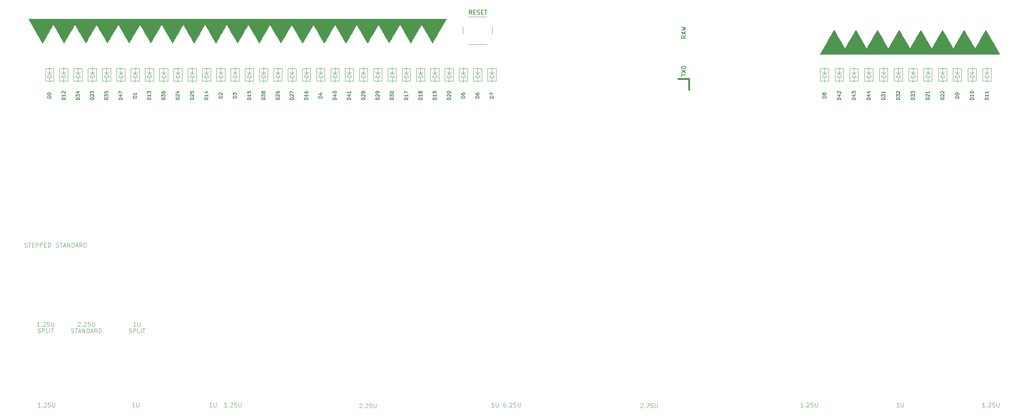
<source format=gbr>
G04 #@! TF.GenerationSoftware,KiCad,Pcbnew,(5.1.4)-1*
G04 #@! TF.CreationDate,2020-05-01T16:36:11-04:00*
G04 #@! TF.ProjectId,juliet-pcb,6a756c69-6574-42d7-9063-622e6b696361,rev?*
G04 #@! TF.SameCoordinates,Original*
G04 #@! TF.FileFunction,Legend,Top*
G04 #@! TF.FilePolarity,Positive*
%FSLAX46Y46*%
G04 Gerber Fmt 4.6, Leading zero omitted, Abs format (unit mm)*
G04 Created by KiCad (PCBNEW (5.1.4)-1) date 2020-05-01 16:36:11*
%MOMM*%
%LPD*%
G04 APERTURE LIST*
%ADD10C,0.100000*%
%ADD11C,0.010000*%
%ADD12C,0.381000*%
%ADD13C,0.120000*%
%ADD14C,0.150000*%
G04 APERTURE END LIST*
D10*
X55283326Y-118698911D02*
X55426183Y-118746530D01*
X55664278Y-118746530D01*
X55759516Y-118698911D01*
X55807135Y-118651292D01*
X55854754Y-118556054D01*
X55854754Y-118460816D01*
X55807135Y-118365578D01*
X55759516Y-118317959D01*
X55664278Y-118270340D01*
X55473802Y-118222721D01*
X55378564Y-118175102D01*
X55330945Y-118127483D01*
X55283326Y-118032245D01*
X55283326Y-117937007D01*
X55330945Y-117841769D01*
X55378564Y-117794150D01*
X55473802Y-117746530D01*
X55711897Y-117746530D01*
X55854754Y-117794150D01*
X56283326Y-118746530D02*
X56283326Y-117746530D01*
X56664278Y-117746530D01*
X56759516Y-117794150D01*
X56807135Y-117841769D01*
X56854754Y-117937007D01*
X56854754Y-118079864D01*
X56807135Y-118175102D01*
X56759516Y-118222721D01*
X56664278Y-118270340D01*
X56283326Y-118270340D01*
X57759516Y-118746530D02*
X57283326Y-118746530D01*
X57283326Y-117746530D01*
X58092850Y-118746530D02*
X58092850Y-117746530D01*
X58426183Y-117746530D02*
X58997611Y-117746530D01*
X58711897Y-118746530D02*
X58711897Y-117746530D01*
X33629826Y-118698911D02*
X33772683Y-118746530D01*
X34010778Y-118746530D01*
X34106016Y-118698911D01*
X34153635Y-118651292D01*
X34201254Y-118556054D01*
X34201254Y-118460816D01*
X34153635Y-118365578D01*
X34106016Y-118317959D01*
X34010778Y-118270340D01*
X33820302Y-118222721D01*
X33725064Y-118175102D01*
X33677445Y-118127483D01*
X33629826Y-118032245D01*
X33629826Y-117937007D01*
X33677445Y-117841769D01*
X33725064Y-117794150D01*
X33820302Y-117746530D01*
X34058397Y-117746530D01*
X34201254Y-117794150D01*
X34629826Y-118746530D02*
X34629826Y-117746530D01*
X35010778Y-117746530D01*
X35106016Y-117794150D01*
X35153635Y-117841769D01*
X35201254Y-117937007D01*
X35201254Y-118079864D01*
X35153635Y-118175102D01*
X35106016Y-118222721D01*
X35010778Y-118270340D01*
X34629826Y-118270340D01*
X36106016Y-118746530D02*
X35629826Y-118746530D01*
X35629826Y-117746530D01*
X36439350Y-118746530D02*
X36439350Y-117746530D01*
X36772683Y-117746530D02*
X37344111Y-117746530D01*
X37058397Y-118746530D02*
X37058397Y-117746530D01*
X41556430Y-118698911D02*
X41699288Y-118746530D01*
X41937383Y-118746530D01*
X42032621Y-118698911D01*
X42080240Y-118651292D01*
X42127859Y-118556054D01*
X42127859Y-118460816D01*
X42080240Y-118365578D01*
X42032621Y-118317959D01*
X41937383Y-118270340D01*
X41746907Y-118222721D01*
X41651669Y-118175102D01*
X41604050Y-118127483D01*
X41556430Y-118032245D01*
X41556430Y-117937007D01*
X41604050Y-117841769D01*
X41651669Y-117794150D01*
X41746907Y-117746530D01*
X41985002Y-117746530D01*
X42127859Y-117794150D01*
X42413573Y-117746530D02*
X42985002Y-117746530D01*
X42699288Y-118746530D02*
X42699288Y-117746530D01*
X43270716Y-118460816D02*
X43746907Y-118460816D01*
X43175478Y-118746530D02*
X43508811Y-117746530D01*
X43842145Y-118746530D01*
X44175478Y-118746530D02*
X44175478Y-117746530D01*
X44746907Y-118746530D01*
X44746907Y-117746530D01*
X45223097Y-118746530D02*
X45223097Y-117746530D01*
X45461192Y-117746530D01*
X45604050Y-117794150D01*
X45699288Y-117889388D01*
X45746907Y-117984626D01*
X45794526Y-118175102D01*
X45794526Y-118317959D01*
X45746907Y-118508435D01*
X45699288Y-118603673D01*
X45604050Y-118698911D01*
X45461192Y-118746530D01*
X45223097Y-118746530D01*
X46175478Y-118460816D02*
X46651669Y-118460816D01*
X46080240Y-118746530D02*
X46413573Y-117746530D01*
X46746907Y-118746530D01*
X47651669Y-118746530D02*
X47318335Y-118270340D01*
X47080240Y-118746530D02*
X47080240Y-117746530D01*
X47461192Y-117746530D01*
X47556430Y-117794150D01*
X47604050Y-117841769D01*
X47651669Y-117937007D01*
X47651669Y-118079864D01*
X47604050Y-118175102D01*
X47556430Y-118222721D01*
X47461192Y-118270340D01*
X47080240Y-118270340D01*
X48080240Y-118746530D02*
X48080240Y-117746530D01*
X48318335Y-117746530D01*
X48461192Y-117794150D01*
X48556430Y-117889388D01*
X48604050Y-117984626D01*
X48651669Y-118175102D01*
X48651669Y-118317959D01*
X48604050Y-118508435D01*
X48556430Y-118603673D01*
X48461192Y-118698911D01*
X48318335Y-118746530D01*
X48080240Y-118746530D01*
X56854754Y-117240524D02*
X56283326Y-117240524D01*
X56569040Y-117240524D02*
X56569040Y-116240524D01*
X56473802Y-116383382D01*
X56378564Y-116478620D01*
X56283326Y-116526239D01*
X57283326Y-116240524D02*
X57283326Y-117050048D01*
X57330945Y-117145286D01*
X57378564Y-117192905D01*
X57473802Y-117240524D01*
X57664278Y-117240524D01*
X57759516Y-117192905D01*
X57807135Y-117145286D01*
X57854754Y-117050048D01*
X57854754Y-116240524D01*
X43104050Y-116335763D02*
X43151669Y-116288144D01*
X43246907Y-116240524D01*
X43485002Y-116240524D01*
X43580240Y-116288144D01*
X43627859Y-116335763D01*
X43675478Y-116431001D01*
X43675478Y-116526239D01*
X43627859Y-116669096D01*
X43056430Y-117240524D01*
X43675478Y-117240524D01*
X44104050Y-117145286D02*
X44151669Y-117192905D01*
X44104050Y-117240524D01*
X44056430Y-117192905D01*
X44104050Y-117145286D01*
X44104050Y-117240524D01*
X44532621Y-116335763D02*
X44580240Y-116288144D01*
X44675478Y-116240524D01*
X44913573Y-116240524D01*
X45008811Y-116288144D01*
X45056430Y-116335763D01*
X45104050Y-116431001D01*
X45104050Y-116526239D01*
X45056430Y-116669096D01*
X44485002Y-117240524D01*
X45104050Y-117240524D01*
X46008811Y-116240524D02*
X45532621Y-116240524D01*
X45485002Y-116716715D01*
X45532621Y-116669096D01*
X45627859Y-116621477D01*
X45865954Y-116621477D01*
X45961192Y-116669096D01*
X46008811Y-116716715D01*
X46056430Y-116811953D01*
X46056430Y-117050048D01*
X46008811Y-117145286D01*
X45961192Y-117192905D01*
X45865954Y-117240524D01*
X45627859Y-117240524D01*
X45532621Y-117192905D01*
X45485002Y-117145286D01*
X46485002Y-116240524D02*
X46485002Y-117050048D01*
X46532621Y-117145286D01*
X46580240Y-117192905D01*
X46675478Y-117240524D01*
X46865954Y-117240524D01*
X46961192Y-117192905D01*
X47008811Y-117145286D01*
X47056430Y-117050048D01*
X47056430Y-116240524D01*
X34010778Y-117240524D02*
X33439350Y-117240524D01*
X33725064Y-117240524D02*
X33725064Y-116240524D01*
X33629826Y-116383382D01*
X33534588Y-116478620D01*
X33439350Y-116526239D01*
X34439350Y-117145286D02*
X34486969Y-117192905D01*
X34439350Y-117240524D01*
X34391730Y-117192905D01*
X34439350Y-117145286D01*
X34439350Y-117240524D01*
X34867921Y-116335763D02*
X34915540Y-116288144D01*
X35010778Y-116240524D01*
X35248873Y-116240524D01*
X35344111Y-116288144D01*
X35391730Y-116335763D01*
X35439350Y-116431001D01*
X35439350Y-116526239D01*
X35391730Y-116669096D01*
X34820302Y-117240524D01*
X35439350Y-117240524D01*
X36344111Y-116240524D02*
X35867921Y-116240524D01*
X35820302Y-116716715D01*
X35867921Y-116669096D01*
X35963159Y-116621477D01*
X36201254Y-116621477D01*
X36296492Y-116669096D01*
X36344111Y-116716715D01*
X36391730Y-116811953D01*
X36391730Y-117050048D01*
X36344111Y-117145286D01*
X36296492Y-117192905D01*
X36201254Y-117240524D01*
X35963159Y-117240524D01*
X35867921Y-117192905D01*
X35820302Y-117145286D01*
X36820302Y-116240524D02*
X36820302Y-117050048D01*
X36867921Y-117145286D01*
X36915540Y-117192905D01*
X37010778Y-117240524D01*
X37201254Y-117240524D01*
X37296492Y-117192905D01*
X37344111Y-117145286D01*
X37391730Y-117050048D01*
X37391730Y-116240524D01*
X37987730Y-98353511D02*
X38130588Y-98401130D01*
X38368683Y-98401130D01*
X38463921Y-98353511D01*
X38511540Y-98305892D01*
X38559159Y-98210654D01*
X38559159Y-98115416D01*
X38511540Y-98020178D01*
X38463921Y-97972559D01*
X38368683Y-97924940D01*
X38178207Y-97877321D01*
X38082969Y-97829702D01*
X38035350Y-97782083D01*
X37987730Y-97686845D01*
X37987730Y-97591607D01*
X38035350Y-97496369D01*
X38082969Y-97448750D01*
X38178207Y-97401130D01*
X38416302Y-97401130D01*
X38559159Y-97448750D01*
X38844873Y-97401130D02*
X39416302Y-97401130D01*
X39130588Y-98401130D02*
X39130588Y-97401130D01*
X39702016Y-98115416D02*
X40178207Y-98115416D01*
X39606778Y-98401130D02*
X39940111Y-97401130D01*
X40273445Y-98401130D01*
X40606778Y-98401130D02*
X40606778Y-97401130D01*
X41178207Y-98401130D01*
X41178207Y-97401130D01*
X41654397Y-98401130D02*
X41654397Y-97401130D01*
X41892492Y-97401130D01*
X42035350Y-97448750D01*
X42130588Y-97543988D01*
X42178207Y-97639226D01*
X42225826Y-97829702D01*
X42225826Y-97972559D01*
X42178207Y-98163035D01*
X42130588Y-98258273D01*
X42035350Y-98353511D01*
X41892492Y-98401130D01*
X41654397Y-98401130D01*
X42606778Y-98115416D02*
X43082969Y-98115416D01*
X42511540Y-98401130D02*
X42844873Y-97401130D01*
X43178207Y-98401130D01*
X44082969Y-98401130D02*
X43749635Y-97924940D01*
X43511540Y-98401130D02*
X43511540Y-97401130D01*
X43892492Y-97401130D01*
X43987730Y-97448750D01*
X44035350Y-97496369D01*
X44082969Y-97591607D01*
X44082969Y-97734464D01*
X44035350Y-97829702D01*
X43987730Y-97877321D01*
X43892492Y-97924940D01*
X43511540Y-97924940D01*
X44511540Y-98401130D02*
X44511540Y-97401130D01*
X44749635Y-97401130D01*
X44892492Y-97448750D01*
X44987730Y-97543988D01*
X45035350Y-97639226D01*
X45082969Y-97829702D01*
X45082969Y-97972559D01*
X45035350Y-98163035D01*
X44987730Y-98258273D01*
X44892492Y-98353511D01*
X44749635Y-98401130D01*
X44511540Y-98401130D01*
X30488321Y-98353511D02*
X30631178Y-98401130D01*
X30869273Y-98401130D01*
X30964511Y-98353511D01*
X31012130Y-98305892D01*
X31059750Y-98210654D01*
X31059750Y-98115416D01*
X31012130Y-98020178D01*
X30964511Y-97972559D01*
X30869273Y-97924940D01*
X30678797Y-97877321D01*
X30583559Y-97829702D01*
X30535940Y-97782083D01*
X30488321Y-97686845D01*
X30488321Y-97591607D01*
X30535940Y-97496369D01*
X30583559Y-97448750D01*
X30678797Y-97401130D01*
X30916892Y-97401130D01*
X31059750Y-97448750D01*
X31345464Y-97401130D02*
X31916892Y-97401130D01*
X31631178Y-98401130D02*
X31631178Y-97401130D01*
X32250226Y-97877321D02*
X32583559Y-97877321D01*
X32726416Y-98401130D02*
X32250226Y-98401130D01*
X32250226Y-97401130D01*
X32726416Y-97401130D01*
X33154988Y-98401130D02*
X33154988Y-97401130D01*
X33535940Y-97401130D01*
X33631178Y-97448750D01*
X33678797Y-97496369D01*
X33726416Y-97591607D01*
X33726416Y-97734464D01*
X33678797Y-97829702D01*
X33631178Y-97877321D01*
X33535940Y-97924940D01*
X33154988Y-97924940D01*
X34154988Y-98401130D02*
X34154988Y-97401130D01*
X34535940Y-97401130D01*
X34631178Y-97448750D01*
X34678797Y-97496369D01*
X34726416Y-97591607D01*
X34726416Y-97734464D01*
X34678797Y-97829702D01*
X34631178Y-97877321D01*
X34535940Y-97924940D01*
X34154988Y-97924940D01*
X35154988Y-97877321D02*
X35488321Y-97877321D01*
X35631178Y-98401130D02*
X35154988Y-98401130D01*
X35154988Y-97401130D01*
X35631178Y-97401130D01*
X36059750Y-98401130D02*
X36059750Y-97401130D01*
X36297845Y-97401130D01*
X36440702Y-97448750D01*
X36535940Y-97543988D01*
X36583559Y-97639226D01*
X36631178Y-97829702D01*
X36631178Y-97972559D01*
X36583559Y-98163035D01*
X36535940Y-98258273D01*
X36440702Y-98353511D01*
X36297845Y-98401130D01*
X36059750Y-98401130D01*
X258102278Y-136392124D02*
X257530850Y-136392124D01*
X257816564Y-136392124D02*
X257816564Y-135392124D01*
X257721326Y-135534982D01*
X257626088Y-135630220D01*
X257530850Y-135677839D01*
X258530850Y-136296886D02*
X258578469Y-136344505D01*
X258530850Y-136392124D01*
X258483230Y-136344505D01*
X258530850Y-136296886D01*
X258530850Y-136392124D01*
X258959421Y-135487363D02*
X259007040Y-135439744D01*
X259102278Y-135392124D01*
X259340373Y-135392124D01*
X259435611Y-135439744D01*
X259483230Y-135487363D01*
X259530850Y-135582601D01*
X259530850Y-135677839D01*
X259483230Y-135820696D01*
X258911802Y-136392124D01*
X259530850Y-136392124D01*
X260435611Y-135392124D02*
X259959421Y-135392124D01*
X259911802Y-135868315D01*
X259959421Y-135820696D01*
X260054659Y-135773077D01*
X260292754Y-135773077D01*
X260387992Y-135820696D01*
X260435611Y-135868315D01*
X260483230Y-135963553D01*
X260483230Y-136201648D01*
X260435611Y-136296886D01*
X260387992Y-136344505D01*
X260292754Y-136392124D01*
X260054659Y-136392124D01*
X259959421Y-136344505D01*
X259911802Y-136296886D01*
X260911802Y-135392124D02*
X260911802Y-136201648D01*
X260959421Y-136296886D01*
X261007040Y-136344505D01*
X261102278Y-136392124D01*
X261292754Y-136392124D01*
X261387992Y-136344505D01*
X261435611Y-136296886D01*
X261483230Y-136201648D01*
X261483230Y-135392124D01*
X215049278Y-136392124D02*
X214477850Y-136392124D01*
X214763564Y-136392124D02*
X214763564Y-135392124D01*
X214668326Y-135534982D01*
X214573088Y-135630220D01*
X214477850Y-135677839D01*
X215477850Y-136296886D02*
X215525469Y-136344505D01*
X215477850Y-136392124D01*
X215430230Y-136344505D01*
X215477850Y-136296886D01*
X215477850Y-136392124D01*
X215906421Y-135487363D02*
X215954040Y-135439744D01*
X216049278Y-135392124D01*
X216287373Y-135392124D01*
X216382611Y-135439744D01*
X216430230Y-135487363D01*
X216477850Y-135582601D01*
X216477850Y-135677839D01*
X216430230Y-135820696D01*
X215858802Y-136392124D01*
X216477850Y-136392124D01*
X217382611Y-135392124D02*
X216906421Y-135392124D01*
X216858802Y-135868315D01*
X216906421Y-135820696D01*
X217001659Y-135773077D01*
X217239754Y-135773077D01*
X217334992Y-135820696D01*
X217382611Y-135868315D01*
X217430230Y-135963553D01*
X217430230Y-136201648D01*
X217382611Y-136296886D01*
X217334992Y-136344505D01*
X217239754Y-136392124D01*
X217001659Y-136392124D01*
X216906421Y-136344505D01*
X216858802Y-136296886D01*
X217858802Y-135392124D02*
X217858802Y-136201648D01*
X217906421Y-136296886D01*
X217954040Y-136344505D01*
X218049278Y-136392124D01*
X218239754Y-136392124D01*
X218334992Y-136344505D01*
X218382611Y-136296886D01*
X218430230Y-136201648D01*
X218430230Y-135392124D01*
X237791654Y-136392124D02*
X237220226Y-136392124D01*
X237505940Y-136392124D02*
X237505940Y-135392124D01*
X237410702Y-135534982D01*
X237315464Y-135630220D01*
X237220226Y-135677839D01*
X238220226Y-135392124D02*
X238220226Y-136201648D01*
X238267845Y-136296886D01*
X238315464Y-136344505D01*
X238410702Y-136392124D01*
X238601178Y-136392124D01*
X238696416Y-136344505D01*
X238744035Y-136296886D01*
X238791654Y-136201648D01*
X238791654Y-135392124D01*
X56600754Y-136392124D02*
X56029326Y-136392124D01*
X56315040Y-136392124D02*
X56315040Y-135392124D01*
X56219802Y-135534982D01*
X56124564Y-135630220D01*
X56029326Y-135677839D01*
X57029326Y-135392124D02*
X57029326Y-136201648D01*
X57076945Y-136296886D01*
X57124564Y-136344505D01*
X57219802Y-136392124D01*
X57410278Y-136392124D01*
X57505516Y-136344505D01*
X57553135Y-136296886D01*
X57600754Y-136201648D01*
X57600754Y-135392124D01*
X34239378Y-136392124D02*
X33667950Y-136392124D01*
X33953664Y-136392124D02*
X33953664Y-135392124D01*
X33858426Y-135534982D01*
X33763188Y-135630220D01*
X33667950Y-135677839D01*
X34667950Y-136296886D02*
X34715569Y-136344505D01*
X34667950Y-136392124D01*
X34620330Y-136344505D01*
X34667950Y-136296886D01*
X34667950Y-136392124D01*
X35096521Y-135487363D02*
X35144140Y-135439744D01*
X35239378Y-135392124D01*
X35477473Y-135392124D01*
X35572711Y-135439744D01*
X35620330Y-135487363D01*
X35667950Y-135582601D01*
X35667950Y-135677839D01*
X35620330Y-135820696D01*
X35048902Y-136392124D01*
X35667950Y-136392124D01*
X36572711Y-135392124D02*
X36096521Y-135392124D01*
X36048902Y-135868315D01*
X36096521Y-135820696D01*
X36191759Y-135773077D01*
X36429854Y-135773077D01*
X36525092Y-135820696D01*
X36572711Y-135868315D01*
X36620330Y-135963553D01*
X36620330Y-136201648D01*
X36572711Y-136296886D01*
X36525092Y-136344505D01*
X36429854Y-136392124D01*
X36191759Y-136392124D01*
X36096521Y-136344505D01*
X36048902Y-136296886D01*
X37048902Y-135392124D02*
X37048902Y-136201648D01*
X37096521Y-136296886D01*
X37144140Y-136344505D01*
X37239378Y-136392124D01*
X37429854Y-136392124D01*
X37525092Y-136344505D01*
X37572711Y-136296886D01*
X37620330Y-136201648D01*
X37620330Y-135392124D01*
X176492150Y-135621769D02*
X176539769Y-135574150D01*
X176635007Y-135526530D01*
X176873102Y-135526530D01*
X176968340Y-135574150D01*
X177015959Y-135621769D01*
X177063578Y-135717007D01*
X177063578Y-135812245D01*
X177015959Y-135955102D01*
X176444530Y-136526530D01*
X177063578Y-136526530D01*
X177492150Y-136431292D02*
X177539769Y-136478911D01*
X177492150Y-136526530D01*
X177444530Y-136478911D01*
X177492150Y-136431292D01*
X177492150Y-136526530D01*
X177873102Y-135526530D02*
X178539769Y-135526530D01*
X178111197Y-136526530D01*
X179396911Y-135526530D02*
X178920721Y-135526530D01*
X178873102Y-136002721D01*
X178920721Y-135955102D01*
X179015959Y-135907483D01*
X179254054Y-135907483D01*
X179349292Y-135955102D01*
X179396911Y-136002721D01*
X179444530Y-136097959D01*
X179444530Y-136336054D01*
X179396911Y-136431292D01*
X179349292Y-136478911D01*
X179254054Y-136526530D01*
X179015959Y-136526530D01*
X178920721Y-136478911D01*
X178873102Y-136431292D01*
X179873102Y-135526530D02*
X179873102Y-136336054D01*
X179920721Y-136431292D01*
X179968340Y-136478911D01*
X180063578Y-136526530D01*
X180254054Y-136526530D01*
X180349292Y-136478911D01*
X180396911Y-136431292D01*
X180444530Y-136336054D01*
X180444530Y-135526530D01*
X109855250Y-135672569D02*
X109902869Y-135624950D01*
X109998107Y-135577330D01*
X110236202Y-135577330D01*
X110331440Y-135624950D01*
X110379059Y-135672569D01*
X110426678Y-135767807D01*
X110426678Y-135863045D01*
X110379059Y-136005902D01*
X109807630Y-136577330D01*
X110426678Y-136577330D01*
X110855250Y-136482092D02*
X110902869Y-136529711D01*
X110855250Y-136577330D01*
X110807630Y-136529711D01*
X110855250Y-136482092D01*
X110855250Y-136577330D01*
X111283821Y-135672569D02*
X111331440Y-135624950D01*
X111426678Y-135577330D01*
X111664773Y-135577330D01*
X111760011Y-135624950D01*
X111807630Y-135672569D01*
X111855250Y-135767807D01*
X111855250Y-135863045D01*
X111807630Y-136005902D01*
X111236202Y-136577330D01*
X111855250Y-136577330D01*
X112760011Y-135577330D02*
X112283821Y-135577330D01*
X112236202Y-136053521D01*
X112283821Y-136005902D01*
X112379059Y-135958283D01*
X112617154Y-135958283D01*
X112712392Y-136005902D01*
X112760011Y-136053521D01*
X112807630Y-136148759D01*
X112807630Y-136386854D01*
X112760011Y-136482092D01*
X112712392Y-136529711D01*
X112617154Y-136577330D01*
X112379059Y-136577330D01*
X112283821Y-136529711D01*
X112236202Y-136482092D01*
X113236202Y-135577330D02*
X113236202Y-136386854D01*
X113283821Y-136482092D01*
X113331440Y-136529711D01*
X113426678Y-136577330D01*
X113617154Y-136577330D01*
X113712392Y-136529711D01*
X113760011Y-136482092D01*
X113807630Y-136386854D01*
X113807630Y-135577330D01*
X141766954Y-136392124D02*
X141195526Y-136392124D01*
X141481240Y-136392124D02*
X141481240Y-135392124D01*
X141386002Y-135534982D01*
X141290764Y-135630220D01*
X141195526Y-135677839D01*
X142195526Y-135392124D02*
X142195526Y-136201648D01*
X142243145Y-136296886D01*
X142290764Y-136344505D01*
X142386002Y-136392124D01*
X142576478Y-136392124D01*
X142671716Y-136344505D01*
X142719335Y-136296886D01*
X142766954Y-136201648D01*
X142766954Y-135392124D01*
X78429028Y-136392124D02*
X77857600Y-136392124D01*
X78143314Y-136392124D02*
X78143314Y-135392124D01*
X78048076Y-135534982D01*
X77952838Y-135630220D01*
X77857600Y-135677839D01*
X78857600Y-136296886D02*
X78905219Y-136344505D01*
X78857600Y-136392124D01*
X78809980Y-136344505D01*
X78857600Y-136296886D01*
X78857600Y-136392124D01*
X79286171Y-135487363D02*
X79333790Y-135439744D01*
X79429028Y-135392124D01*
X79667123Y-135392124D01*
X79762361Y-135439744D01*
X79809980Y-135487363D01*
X79857600Y-135582601D01*
X79857600Y-135677839D01*
X79809980Y-135820696D01*
X79238552Y-136392124D01*
X79857600Y-136392124D01*
X80762361Y-135392124D02*
X80286171Y-135392124D01*
X80238552Y-135868315D01*
X80286171Y-135820696D01*
X80381409Y-135773077D01*
X80619504Y-135773077D01*
X80714742Y-135820696D01*
X80762361Y-135868315D01*
X80809980Y-135963553D01*
X80809980Y-136201648D01*
X80762361Y-136296886D01*
X80714742Y-136344505D01*
X80619504Y-136392124D01*
X80381409Y-136392124D01*
X80286171Y-136344505D01*
X80238552Y-136296886D01*
X81238552Y-135392124D02*
X81238552Y-136201648D01*
X81286171Y-136296886D01*
X81333790Y-136344505D01*
X81429028Y-136392124D01*
X81619504Y-136392124D01*
X81714742Y-136344505D01*
X81762361Y-136296886D01*
X81809980Y-136201648D01*
X81809980Y-135392124D01*
X74863354Y-136392124D02*
X74291926Y-136392124D01*
X74577640Y-136392124D02*
X74577640Y-135392124D01*
X74482402Y-135534982D01*
X74387164Y-135630220D01*
X74291926Y-135677839D01*
X75291926Y-135392124D02*
X75291926Y-136201648D01*
X75339545Y-136296886D01*
X75387164Y-136344505D01*
X75482402Y-136392124D01*
X75672878Y-136392124D01*
X75768116Y-136344505D01*
X75815735Y-136296886D01*
X75863354Y-136201648D01*
X75863354Y-135392124D01*
D11*
G36*
X111501298Y-44218041D02*
G01*
X113210786Y-44218598D01*
X114875767Y-44219456D01*
X116477184Y-44220613D01*
X117995981Y-44222071D01*
X119413101Y-44223829D01*
X119799161Y-44224390D01*
X130464827Y-44240450D01*
X128813790Y-47116885D01*
X128497171Y-47667650D01*
X128199910Y-48183103D01*
X127927913Y-48653116D01*
X127687085Y-49067564D01*
X127483330Y-49416321D01*
X127322554Y-49689260D01*
X127210663Y-49876255D01*
X127153562Y-49967180D01*
X127147386Y-49974385D01*
X127113513Y-49916977D01*
X127023360Y-49761183D01*
X126883732Y-49518842D01*
X126701433Y-49201792D01*
X126483269Y-48821870D01*
X126236045Y-48390914D01*
X125966566Y-47920763D01*
X125877162Y-47764700D01*
X125601964Y-47284506D01*
X125346780Y-46839715D01*
X125118423Y-46442170D01*
X124923711Y-46103713D01*
X124769457Y-45836190D01*
X124662479Y-45651442D01*
X124609590Y-45561315D01*
X124605210Y-45554400D01*
X124596297Y-45558374D01*
X124574986Y-45585631D01*
X124536477Y-45644370D01*
X124475966Y-45742788D01*
X124388653Y-45889080D01*
X124269734Y-46091446D01*
X124114408Y-46358081D01*
X123917872Y-46697184D01*
X123675326Y-47116951D01*
X123381965Y-47625579D01*
X123032990Y-48231265D01*
X122797672Y-48639881D01*
X122019487Y-49991313D01*
X120751186Y-47782631D01*
X120474175Y-47300558D01*
X120217113Y-46853832D01*
X119986808Y-46454238D01*
X119790068Y-46113558D01*
X119633699Y-45843576D01*
X119524510Y-45656073D01*
X119469307Y-45562833D01*
X119464000Y-45554649D01*
X119429386Y-45603516D01*
X119338572Y-45751092D01*
X119198361Y-45985810D01*
X119015554Y-46296107D01*
X118796951Y-46670418D01*
X118549355Y-47097179D01*
X118279567Y-47564824D01*
X118184887Y-47729524D01*
X117908243Y-48209385D01*
X117650492Y-48653017D01*
X117418585Y-49048709D01*
X117219478Y-49384748D01*
X117060124Y-49649425D01*
X116947477Y-49831028D01*
X116888491Y-49917846D01*
X116882009Y-49923700D01*
X116841962Y-49870496D01*
X116746322Y-49718914D01*
X116602235Y-49480998D01*
X116416843Y-49168792D01*
X116197293Y-48794339D01*
X115950729Y-48369683D01*
X115684296Y-47906868D01*
X115648314Y-47844075D01*
X115377529Y-47371798D01*
X115124301Y-46931155D01*
X114896090Y-46535051D01*
X114700358Y-46196392D01*
X114544565Y-45928084D01*
X114436171Y-45743034D01*
X114382637Y-45654146D01*
X114380716Y-45651233D01*
X114354772Y-45634078D01*
X114315484Y-45651420D01*
X114257021Y-45712337D01*
X114173553Y-45825909D01*
X114059249Y-46001216D01*
X113908278Y-46247337D01*
X113714811Y-46573351D01*
X113473015Y-46988338D01*
X113177060Y-47501377D01*
X113045207Y-47730858D01*
X112768754Y-48210589D01*
X112511200Y-48654084D01*
X112279497Y-49049625D01*
X112080598Y-49385497D01*
X111921457Y-49649984D01*
X111809025Y-49831369D01*
X111750256Y-49917936D01*
X111743870Y-49923700D01*
X111704068Y-49870467D01*
X111608390Y-49718582D01*
X111463784Y-49479767D01*
X111277198Y-49165742D01*
X111055581Y-48788226D01*
X110805882Y-48358943D01*
X110535047Y-47889611D01*
X110443853Y-47730791D01*
X110168152Y-47253070D01*
X109911225Y-46813671D01*
X109679983Y-46423981D01*
X109481340Y-46095392D01*
X109322205Y-45839293D01*
X109209492Y-45667074D01*
X109150113Y-45590124D01*
X109143319Y-45587666D01*
X109103233Y-45652157D01*
X109007283Y-45814743D01*
X108862536Y-46063208D01*
X108676062Y-46385338D01*
X108454926Y-46768915D01*
X108206198Y-47201725D01*
X107936944Y-47671550D01*
X107874564Y-47780575D01*
X107602230Y-48254866D01*
X107348794Y-48692746D01*
X107121278Y-49082347D01*
X106926701Y-49411800D01*
X106772085Y-49669237D01*
X106664450Y-49842791D01*
X106610817Y-49920593D01*
X106606778Y-49923700D01*
X106567051Y-49870482D01*
X106471395Y-49718639D01*
X106326760Y-49479887D01*
X106140096Y-49165942D01*
X105918352Y-48788520D01*
X105668481Y-48359336D01*
X105397431Y-47890107D01*
X105305892Y-47730858D01*
X104987232Y-47177097D01*
X104725013Y-46724926D01*
X104513397Y-46365255D01*
X104346543Y-46088992D01*
X104218613Y-45887048D01*
X104123767Y-45750333D01*
X104056165Y-45669756D01*
X104009969Y-45636227D01*
X103979338Y-45640655D01*
X103969990Y-45651233D01*
X103921815Y-45730543D01*
X103818065Y-45907199D01*
X103666206Y-46168298D01*
X103473704Y-46500937D01*
X103248025Y-46892212D01*
X102996635Y-47329221D01*
X102726998Y-47799060D01*
X102701197Y-47844075D01*
X102432571Y-48310945D01*
X102182944Y-48741242D01*
X101959456Y-49122927D01*
X101769247Y-49443960D01*
X101619459Y-49692300D01*
X101517230Y-49855909D01*
X101469701Y-49922746D01*
X101467895Y-49923700D01*
X101428267Y-49870487D01*
X101332682Y-49718658D01*
X101188087Y-49479922D01*
X101001430Y-49165988D01*
X100779658Y-48788568D01*
X100529717Y-48359371D01*
X100258555Y-47890108D01*
X100166212Y-47729524D01*
X99890480Y-47250710D01*
X99634649Y-46808886D01*
X99405520Y-46415616D01*
X99209896Y-46082465D01*
X99054577Y-45820997D01*
X98946365Y-45642777D01*
X98892061Y-45559369D01*
X98887099Y-45554649D01*
X98852406Y-45612103D01*
X98761342Y-45767947D01*
X98620712Y-46010401D01*
X98437324Y-46327685D01*
X98217981Y-46708017D01*
X97969492Y-47139618D01*
X97698661Y-47610707D01*
X97599407Y-47783512D01*
X96330600Y-49993074D01*
X95552683Y-48640762D01*
X95167890Y-47972017D01*
X94841537Y-47405296D01*
X94568861Y-46932466D01*
X94345103Y-46545393D01*
X94165500Y-46235945D01*
X94025290Y-45995987D01*
X93919714Y-45817387D01*
X93844009Y-45692011D01*
X93793413Y-45611726D01*
X93763167Y-45568398D01*
X93748507Y-45553894D01*
X93745889Y-45554400D01*
X93711634Y-45611949D01*
X93621121Y-45767885D01*
X93481165Y-46010364D01*
X93298582Y-46327543D01*
X93080188Y-46707578D01*
X92832798Y-47138626D01*
X92563227Y-47608843D01*
X92473937Y-47764700D01*
X92198798Y-48244849D01*
X91943747Y-48689574D01*
X91715588Y-49087037D01*
X91521127Y-49425398D01*
X91367169Y-49692821D01*
X91260518Y-49877466D01*
X91207980Y-49967497D01*
X91203713Y-49974385D01*
X91170151Y-49924671D01*
X91079441Y-49774842D01*
X90937487Y-49535024D01*
X90750195Y-49215343D01*
X90523469Y-48825925D01*
X90263216Y-48376896D01*
X89975340Y-47878383D01*
X89665746Y-47340510D01*
X89537309Y-47116885D01*
X87886272Y-44240450D01*
X98509884Y-44224390D01*
X99889403Y-44222545D01*
X101376866Y-44221002D01*
X102953216Y-44219758D01*
X104599397Y-44218814D01*
X106296351Y-44218171D01*
X108025024Y-44217827D01*
X109766358Y-44217784D01*
X111501298Y-44218041D01*
X111501298Y-44218041D01*
G37*
X111501298Y-44218041D02*
X113210786Y-44218598D01*
X114875767Y-44219456D01*
X116477184Y-44220613D01*
X117995981Y-44222071D01*
X119413101Y-44223829D01*
X119799161Y-44224390D01*
X130464827Y-44240450D01*
X128813790Y-47116885D01*
X128497171Y-47667650D01*
X128199910Y-48183103D01*
X127927913Y-48653116D01*
X127687085Y-49067564D01*
X127483330Y-49416321D01*
X127322554Y-49689260D01*
X127210663Y-49876255D01*
X127153562Y-49967180D01*
X127147386Y-49974385D01*
X127113513Y-49916977D01*
X127023360Y-49761183D01*
X126883732Y-49518842D01*
X126701433Y-49201792D01*
X126483269Y-48821870D01*
X126236045Y-48390914D01*
X125966566Y-47920763D01*
X125877162Y-47764700D01*
X125601964Y-47284506D01*
X125346780Y-46839715D01*
X125118423Y-46442170D01*
X124923711Y-46103713D01*
X124769457Y-45836190D01*
X124662479Y-45651442D01*
X124609590Y-45561315D01*
X124605210Y-45554400D01*
X124596297Y-45558374D01*
X124574986Y-45585631D01*
X124536477Y-45644370D01*
X124475966Y-45742788D01*
X124388653Y-45889080D01*
X124269734Y-46091446D01*
X124114408Y-46358081D01*
X123917872Y-46697184D01*
X123675326Y-47116951D01*
X123381965Y-47625579D01*
X123032990Y-48231265D01*
X122797672Y-48639881D01*
X122019487Y-49991313D01*
X120751186Y-47782631D01*
X120474175Y-47300558D01*
X120217113Y-46853832D01*
X119986808Y-46454238D01*
X119790068Y-46113558D01*
X119633699Y-45843576D01*
X119524510Y-45656073D01*
X119469307Y-45562833D01*
X119464000Y-45554649D01*
X119429386Y-45603516D01*
X119338572Y-45751092D01*
X119198361Y-45985810D01*
X119015554Y-46296107D01*
X118796951Y-46670418D01*
X118549355Y-47097179D01*
X118279567Y-47564824D01*
X118184887Y-47729524D01*
X117908243Y-48209385D01*
X117650492Y-48653017D01*
X117418585Y-49048709D01*
X117219478Y-49384748D01*
X117060124Y-49649425D01*
X116947477Y-49831028D01*
X116888491Y-49917846D01*
X116882009Y-49923700D01*
X116841962Y-49870496D01*
X116746322Y-49718914D01*
X116602235Y-49480998D01*
X116416843Y-49168792D01*
X116197293Y-48794339D01*
X115950729Y-48369683D01*
X115684296Y-47906868D01*
X115648314Y-47844075D01*
X115377529Y-47371798D01*
X115124301Y-46931155D01*
X114896090Y-46535051D01*
X114700358Y-46196392D01*
X114544565Y-45928084D01*
X114436171Y-45743034D01*
X114382637Y-45654146D01*
X114380716Y-45651233D01*
X114354772Y-45634078D01*
X114315484Y-45651420D01*
X114257021Y-45712337D01*
X114173553Y-45825909D01*
X114059249Y-46001216D01*
X113908278Y-46247337D01*
X113714811Y-46573351D01*
X113473015Y-46988338D01*
X113177060Y-47501377D01*
X113045207Y-47730858D01*
X112768754Y-48210589D01*
X112511200Y-48654084D01*
X112279497Y-49049625D01*
X112080598Y-49385497D01*
X111921457Y-49649984D01*
X111809025Y-49831369D01*
X111750256Y-49917936D01*
X111743870Y-49923700D01*
X111704068Y-49870467D01*
X111608390Y-49718582D01*
X111463784Y-49479767D01*
X111277198Y-49165742D01*
X111055581Y-48788226D01*
X110805882Y-48358943D01*
X110535047Y-47889611D01*
X110443853Y-47730791D01*
X110168152Y-47253070D01*
X109911225Y-46813671D01*
X109679983Y-46423981D01*
X109481340Y-46095392D01*
X109322205Y-45839293D01*
X109209492Y-45667074D01*
X109150113Y-45590124D01*
X109143319Y-45587666D01*
X109103233Y-45652157D01*
X109007283Y-45814743D01*
X108862536Y-46063208D01*
X108676062Y-46385338D01*
X108454926Y-46768915D01*
X108206198Y-47201725D01*
X107936944Y-47671550D01*
X107874564Y-47780575D01*
X107602230Y-48254866D01*
X107348794Y-48692746D01*
X107121278Y-49082347D01*
X106926701Y-49411800D01*
X106772085Y-49669237D01*
X106664450Y-49842791D01*
X106610817Y-49920593D01*
X106606778Y-49923700D01*
X106567051Y-49870482D01*
X106471395Y-49718639D01*
X106326760Y-49479887D01*
X106140096Y-49165942D01*
X105918352Y-48788520D01*
X105668481Y-48359336D01*
X105397431Y-47890107D01*
X105305892Y-47730858D01*
X104987232Y-47177097D01*
X104725013Y-46724926D01*
X104513397Y-46365255D01*
X104346543Y-46088992D01*
X104218613Y-45887048D01*
X104123767Y-45750333D01*
X104056165Y-45669756D01*
X104009969Y-45636227D01*
X103979338Y-45640655D01*
X103969990Y-45651233D01*
X103921815Y-45730543D01*
X103818065Y-45907199D01*
X103666206Y-46168298D01*
X103473704Y-46500937D01*
X103248025Y-46892212D01*
X102996635Y-47329221D01*
X102726998Y-47799060D01*
X102701197Y-47844075D01*
X102432571Y-48310945D01*
X102182944Y-48741242D01*
X101959456Y-49122927D01*
X101769247Y-49443960D01*
X101619459Y-49692300D01*
X101517230Y-49855909D01*
X101469701Y-49922746D01*
X101467895Y-49923700D01*
X101428267Y-49870487D01*
X101332682Y-49718658D01*
X101188087Y-49479922D01*
X101001430Y-49165988D01*
X100779658Y-48788568D01*
X100529717Y-48359371D01*
X100258555Y-47890108D01*
X100166212Y-47729524D01*
X99890480Y-47250710D01*
X99634649Y-46808886D01*
X99405520Y-46415616D01*
X99209896Y-46082465D01*
X99054577Y-45820997D01*
X98946365Y-45642777D01*
X98892061Y-45559369D01*
X98887099Y-45554649D01*
X98852406Y-45612103D01*
X98761342Y-45767947D01*
X98620712Y-46010401D01*
X98437324Y-46327685D01*
X98217981Y-46708017D01*
X97969492Y-47139618D01*
X97698661Y-47610707D01*
X97599407Y-47783512D01*
X96330600Y-49993074D01*
X95552683Y-48640762D01*
X95167890Y-47972017D01*
X94841537Y-47405296D01*
X94568861Y-46932466D01*
X94345103Y-46545393D01*
X94165500Y-46235945D01*
X94025290Y-45995987D01*
X93919714Y-45817387D01*
X93844009Y-45692011D01*
X93793413Y-45611726D01*
X93763167Y-45568398D01*
X93748507Y-45553894D01*
X93745889Y-45554400D01*
X93711634Y-45611949D01*
X93621121Y-45767885D01*
X93481165Y-46010364D01*
X93298582Y-46327543D01*
X93080188Y-46707578D01*
X92832798Y-47138626D01*
X92563227Y-47608843D01*
X92473937Y-47764700D01*
X92198798Y-48244849D01*
X91943747Y-48689574D01*
X91715588Y-49087037D01*
X91521127Y-49425398D01*
X91367169Y-49692821D01*
X91260518Y-49877466D01*
X91207980Y-49967497D01*
X91203713Y-49974385D01*
X91170151Y-49924671D01*
X91079441Y-49774842D01*
X90937487Y-49535024D01*
X90750195Y-49215343D01*
X90523469Y-48825925D01*
X90263216Y-48376896D01*
X89975340Y-47878383D01*
X89665746Y-47340510D01*
X89537309Y-47116885D01*
X87886272Y-44240450D01*
X98509884Y-44224390D01*
X99889403Y-44222545D01*
X101376866Y-44221002D01*
X102953216Y-44219758D01*
X104599397Y-44218814D01*
X106296351Y-44218171D01*
X108025024Y-44217827D01*
X109766358Y-44217784D01*
X111501298Y-44218041D01*
G36*
X96134298Y-44243441D02*
G01*
X97843786Y-44243998D01*
X99508767Y-44244856D01*
X101110184Y-44246013D01*
X102628981Y-44247471D01*
X104046101Y-44249229D01*
X104432161Y-44249790D01*
X115097827Y-44265850D01*
X113446790Y-47142285D01*
X113130171Y-47693050D01*
X112832910Y-48208503D01*
X112560913Y-48678516D01*
X112320085Y-49092964D01*
X112116330Y-49441721D01*
X111955554Y-49714660D01*
X111843663Y-49901655D01*
X111786562Y-49992580D01*
X111780386Y-49999785D01*
X111746513Y-49942377D01*
X111656360Y-49786583D01*
X111516732Y-49544242D01*
X111334433Y-49227192D01*
X111116269Y-48847270D01*
X110869045Y-48416314D01*
X110599566Y-47946163D01*
X110510162Y-47790100D01*
X110234964Y-47309906D01*
X109979780Y-46865115D01*
X109751423Y-46467570D01*
X109556711Y-46129113D01*
X109402457Y-45861590D01*
X109295479Y-45676842D01*
X109242590Y-45586715D01*
X109238210Y-45579800D01*
X109229297Y-45583774D01*
X109207986Y-45611031D01*
X109169477Y-45669770D01*
X109108966Y-45768188D01*
X109021653Y-45914480D01*
X108902734Y-46116846D01*
X108747408Y-46383481D01*
X108550872Y-46722584D01*
X108308326Y-47142351D01*
X108014965Y-47650979D01*
X107665990Y-48256665D01*
X107430672Y-48665281D01*
X106652487Y-50016713D01*
X105384186Y-47808031D01*
X105107175Y-47325958D01*
X104850113Y-46879232D01*
X104619808Y-46479638D01*
X104423068Y-46138958D01*
X104266699Y-45868976D01*
X104157510Y-45681473D01*
X104102307Y-45588233D01*
X104097000Y-45580049D01*
X104062386Y-45628916D01*
X103971572Y-45776492D01*
X103831361Y-46011210D01*
X103648554Y-46321507D01*
X103429951Y-46695818D01*
X103182355Y-47122579D01*
X102912567Y-47590224D01*
X102817887Y-47754924D01*
X102541243Y-48234785D01*
X102283492Y-48678417D01*
X102051585Y-49074109D01*
X101852478Y-49410148D01*
X101693124Y-49674825D01*
X101580477Y-49856428D01*
X101521491Y-49943246D01*
X101515009Y-49949100D01*
X101474962Y-49895896D01*
X101379322Y-49744314D01*
X101235235Y-49506398D01*
X101049843Y-49194192D01*
X100830293Y-48819739D01*
X100583729Y-48395083D01*
X100317296Y-47932268D01*
X100281314Y-47869475D01*
X100010529Y-47397198D01*
X99757301Y-46956555D01*
X99529090Y-46560451D01*
X99333358Y-46221792D01*
X99177565Y-45953484D01*
X99069171Y-45768434D01*
X99015637Y-45679546D01*
X99013716Y-45676633D01*
X98987772Y-45659478D01*
X98948484Y-45676820D01*
X98890021Y-45737737D01*
X98806553Y-45851309D01*
X98692249Y-46026616D01*
X98541278Y-46272737D01*
X98347811Y-46598751D01*
X98106015Y-47013738D01*
X97810060Y-47526777D01*
X97678207Y-47756258D01*
X97401754Y-48235989D01*
X97144200Y-48679484D01*
X96912497Y-49075025D01*
X96713598Y-49410897D01*
X96554457Y-49675384D01*
X96442025Y-49856769D01*
X96383256Y-49943336D01*
X96376870Y-49949100D01*
X96337068Y-49895867D01*
X96241390Y-49743982D01*
X96096784Y-49505167D01*
X95910198Y-49191142D01*
X95688581Y-48813626D01*
X95438882Y-48384343D01*
X95168047Y-47915011D01*
X95076853Y-47756191D01*
X94801152Y-47278470D01*
X94544225Y-46839071D01*
X94312983Y-46449381D01*
X94114340Y-46120792D01*
X93955205Y-45864693D01*
X93842492Y-45692474D01*
X93783113Y-45615524D01*
X93776319Y-45613066D01*
X93736233Y-45677557D01*
X93640283Y-45840143D01*
X93495536Y-46088608D01*
X93309062Y-46410738D01*
X93087926Y-46794315D01*
X92839198Y-47227125D01*
X92569944Y-47696950D01*
X92507564Y-47805975D01*
X92235230Y-48280266D01*
X91981794Y-48718146D01*
X91754278Y-49107747D01*
X91559701Y-49437200D01*
X91405085Y-49694637D01*
X91297450Y-49868191D01*
X91243817Y-49945993D01*
X91239778Y-49949100D01*
X91200051Y-49895882D01*
X91104395Y-49744039D01*
X90959760Y-49505287D01*
X90773096Y-49191342D01*
X90551352Y-48813920D01*
X90301481Y-48384736D01*
X90030431Y-47915507D01*
X89938892Y-47756258D01*
X89620232Y-47202497D01*
X89358013Y-46750326D01*
X89146397Y-46390655D01*
X88979543Y-46114392D01*
X88851613Y-45912448D01*
X88756767Y-45775733D01*
X88689165Y-45695156D01*
X88642969Y-45661627D01*
X88612338Y-45666055D01*
X88602990Y-45676633D01*
X88554815Y-45755943D01*
X88451065Y-45932599D01*
X88299206Y-46193698D01*
X88106704Y-46526337D01*
X87881025Y-46917612D01*
X87629635Y-47354621D01*
X87359998Y-47824460D01*
X87334197Y-47869475D01*
X87065571Y-48336345D01*
X86815944Y-48766642D01*
X86592456Y-49148327D01*
X86402247Y-49469360D01*
X86252459Y-49717700D01*
X86150230Y-49881309D01*
X86102701Y-49948146D01*
X86100895Y-49949100D01*
X86061267Y-49895887D01*
X85965682Y-49744058D01*
X85821087Y-49505322D01*
X85634430Y-49191388D01*
X85412658Y-48813968D01*
X85162717Y-48384771D01*
X84891555Y-47915508D01*
X84799212Y-47754924D01*
X84523480Y-47276110D01*
X84267649Y-46834286D01*
X84038520Y-46441016D01*
X83842896Y-46107865D01*
X83687577Y-45846397D01*
X83579365Y-45668177D01*
X83525061Y-45584769D01*
X83520099Y-45580049D01*
X83485406Y-45637503D01*
X83394342Y-45793347D01*
X83253712Y-46035801D01*
X83070324Y-46353085D01*
X82850981Y-46733417D01*
X82602492Y-47165018D01*
X82331661Y-47636107D01*
X82232407Y-47808912D01*
X80963600Y-50018474D01*
X80185683Y-48666162D01*
X79800890Y-47997417D01*
X79474537Y-47430696D01*
X79201861Y-46957866D01*
X78978103Y-46570793D01*
X78798500Y-46261345D01*
X78658290Y-46021387D01*
X78552714Y-45842787D01*
X78477009Y-45717411D01*
X78426413Y-45637126D01*
X78396167Y-45593798D01*
X78381507Y-45579294D01*
X78378889Y-45579800D01*
X78344634Y-45637349D01*
X78254121Y-45793285D01*
X78114165Y-46035764D01*
X77931582Y-46352943D01*
X77713188Y-46732978D01*
X77465798Y-47164026D01*
X77196227Y-47634243D01*
X77106937Y-47790100D01*
X76831798Y-48270249D01*
X76576747Y-48714974D01*
X76348588Y-49112437D01*
X76154127Y-49450798D01*
X76000169Y-49718221D01*
X75893518Y-49902866D01*
X75840980Y-49992897D01*
X75836713Y-49999785D01*
X75803151Y-49950071D01*
X75712441Y-49800242D01*
X75570487Y-49560424D01*
X75383195Y-49240743D01*
X75156469Y-48851325D01*
X74896216Y-48402296D01*
X74608340Y-47903783D01*
X74298746Y-47365910D01*
X74170309Y-47142285D01*
X72519272Y-44265850D01*
X83142884Y-44249790D01*
X84522403Y-44247945D01*
X86009866Y-44246402D01*
X87586216Y-44245158D01*
X89232397Y-44244214D01*
X90929351Y-44243571D01*
X92658024Y-44243227D01*
X94399358Y-44243184D01*
X96134298Y-44243441D01*
X96134298Y-44243441D01*
G37*
X96134298Y-44243441D02*
X97843786Y-44243998D01*
X99508767Y-44244856D01*
X101110184Y-44246013D01*
X102628981Y-44247471D01*
X104046101Y-44249229D01*
X104432161Y-44249790D01*
X115097827Y-44265850D01*
X113446790Y-47142285D01*
X113130171Y-47693050D01*
X112832910Y-48208503D01*
X112560913Y-48678516D01*
X112320085Y-49092964D01*
X112116330Y-49441721D01*
X111955554Y-49714660D01*
X111843663Y-49901655D01*
X111786562Y-49992580D01*
X111780386Y-49999785D01*
X111746513Y-49942377D01*
X111656360Y-49786583D01*
X111516732Y-49544242D01*
X111334433Y-49227192D01*
X111116269Y-48847270D01*
X110869045Y-48416314D01*
X110599566Y-47946163D01*
X110510162Y-47790100D01*
X110234964Y-47309906D01*
X109979780Y-46865115D01*
X109751423Y-46467570D01*
X109556711Y-46129113D01*
X109402457Y-45861590D01*
X109295479Y-45676842D01*
X109242590Y-45586715D01*
X109238210Y-45579800D01*
X109229297Y-45583774D01*
X109207986Y-45611031D01*
X109169477Y-45669770D01*
X109108966Y-45768188D01*
X109021653Y-45914480D01*
X108902734Y-46116846D01*
X108747408Y-46383481D01*
X108550872Y-46722584D01*
X108308326Y-47142351D01*
X108014965Y-47650979D01*
X107665990Y-48256665D01*
X107430672Y-48665281D01*
X106652487Y-50016713D01*
X105384186Y-47808031D01*
X105107175Y-47325958D01*
X104850113Y-46879232D01*
X104619808Y-46479638D01*
X104423068Y-46138958D01*
X104266699Y-45868976D01*
X104157510Y-45681473D01*
X104102307Y-45588233D01*
X104097000Y-45580049D01*
X104062386Y-45628916D01*
X103971572Y-45776492D01*
X103831361Y-46011210D01*
X103648554Y-46321507D01*
X103429951Y-46695818D01*
X103182355Y-47122579D01*
X102912567Y-47590224D01*
X102817887Y-47754924D01*
X102541243Y-48234785D01*
X102283492Y-48678417D01*
X102051585Y-49074109D01*
X101852478Y-49410148D01*
X101693124Y-49674825D01*
X101580477Y-49856428D01*
X101521491Y-49943246D01*
X101515009Y-49949100D01*
X101474962Y-49895896D01*
X101379322Y-49744314D01*
X101235235Y-49506398D01*
X101049843Y-49194192D01*
X100830293Y-48819739D01*
X100583729Y-48395083D01*
X100317296Y-47932268D01*
X100281314Y-47869475D01*
X100010529Y-47397198D01*
X99757301Y-46956555D01*
X99529090Y-46560451D01*
X99333358Y-46221792D01*
X99177565Y-45953484D01*
X99069171Y-45768434D01*
X99015637Y-45679546D01*
X99013716Y-45676633D01*
X98987772Y-45659478D01*
X98948484Y-45676820D01*
X98890021Y-45737737D01*
X98806553Y-45851309D01*
X98692249Y-46026616D01*
X98541278Y-46272737D01*
X98347811Y-46598751D01*
X98106015Y-47013738D01*
X97810060Y-47526777D01*
X97678207Y-47756258D01*
X97401754Y-48235989D01*
X97144200Y-48679484D01*
X96912497Y-49075025D01*
X96713598Y-49410897D01*
X96554457Y-49675384D01*
X96442025Y-49856769D01*
X96383256Y-49943336D01*
X96376870Y-49949100D01*
X96337068Y-49895867D01*
X96241390Y-49743982D01*
X96096784Y-49505167D01*
X95910198Y-49191142D01*
X95688581Y-48813626D01*
X95438882Y-48384343D01*
X95168047Y-47915011D01*
X95076853Y-47756191D01*
X94801152Y-47278470D01*
X94544225Y-46839071D01*
X94312983Y-46449381D01*
X94114340Y-46120792D01*
X93955205Y-45864693D01*
X93842492Y-45692474D01*
X93783113Y-45615524D01*
X93776319Y-45613066D01*
X93736233Y-45677557D01*
X93640283Y-45840143D01*
X93495536Y-46088608D01*
X93309062Y-46410738D01*
X93087926Y-46794315D01*
X92839198Y-47227125D01*
X92569944Y-47696950D01*
X92507564Y-47805975D01*
X92235230Y-48280266D01*
X91981794Y-48718146D01*
X91754278Y-49107747D01*
X91559701Y-49437200D01*
X91405085Y-49694637D01*
X91297450Y-49868191D01*
X91243817Y-49945993D01*
X91239778Y-49949100D01*
X91200051Y-49895882D01*
X91104395Y-49744039D01*
X90959760Y-49505287D01*
X90773096Y-49191342D01*
X90551352Y-48813920D01*
X90301481Y-48384736D01*
X90030431Y-47915507D01*
X89938892Y-47756258D01*
X89620232Y-47202497D01*
X89358013Y-46750326D01*
X89146397Y-46390655D01*
X88979543Y-46114392D01*
X88851613Y-45912448D01*
X88756767Y-45775733D01*
X88689165Y-45695156D01*
X88642969Y-45661627D01*
X88612338Y-45666055D01*
X88602990Y-45676633D01*
X88554815Y-45755943D01*
X88451065Y-45932599D01*
X88299206Y-46193698D01*
X88106704Y-46526337D01*
X87881025Y-46917612D01*
X87629635Y-47354621D01*
X87359998Y-47824460D01*
X87334197Y-47869475D01*
X87065571Y-48336345D01*
X86815944Y-48766642D01*
X86592456Y-49148327D01*
X86402247Y-49469360D01*
X86252459Y-49717700D01*
X86150230Y-49881309D01*
X86102701Y-49948146D01*
X86100895Y-49949100D01*
X86061267Y-49895887D01*
X85965682Y-49744058D01*
X85821087Y-49505322D01*
X85634430Y-49191388D01*
X85412658Y-48813968D01*
X85162717Y-48384771D01*
X84891555Y-47915508D01*
X84799212Y-47754924D01*
X84523480Y-47276110D01*
X84267649Y-46834286D01*
X84038520Y-46441016D01*
X83842896Y-46107865D01*
X83687577Y-45846397D01*
X83579365Y-45668177D01*
X83525061Y-45584769D01*
X83520099Y-45580049D01*
X83485406Y-45637503D01*
X83394342Y-45793347D01*
X83253712Y-46035801D01*
X83070324Y-46353085D01*
X82850981Y-46733417D01*
X82602492Y-47165018D01*
X82331661Y-47636107D01*
X82232407Y-47808912D01*
X80963600Y-50018474D01*
X80185683Y-48666162D01*
X79800890Y-47997417D01*
X79474537Y-47430696D01*
X79201861Y-46957866D01*
X78978103Y-46570793D01*
X78798500Y-46261345D01*
X78658290Y-46021387D01*
X78552714Y-45842787D01*
X78477009Y-45717411D01*
X78426413Y-45637126D01*
X78396167Y-45593798D01*
X78381507Y-45579294D01*
X78378889Y-45579800D01*
X78344634Y-45637349D01*
X78254121Y-45793285D01*
X78114165Y-46035764D01*
X77931582Y-46352943D01*
X77713188Y-46732978D01*
X77465798Y-47164026D01*
X77196227Y-47634243D01*
X77106937Y-47790100D01*
X76831798Y-48270249D01*
X76576747Y-48714974D01*
X76348588Y-49112437D01*
X76154127Y-49450798D01*
X76000169Y-49718221D01*
X75893518Y-49902866D01*
X75840980Y-49992897D01*
X75836713Y-49999785D01*
X75803151Y-49950071D01*
X75712441Y-49800242D01*
X75570487Y-49560424D01*
X75383195Y-49240743D01*
X75156469Y-48851325D01*
X74896216Y-48402296D01*
X74608340Y-47903783D01*
X74298746Y-47365910D01*
X74170309Y-47142285D01*
X72519272Y-44265850D01*
X83142884Y-44249790D01*
X84522403Y-44247945D01*
X86009866Y-44246402D01*
X87586216Y-44245158D01*
X89232397Y-44244214D01*
X90929351Y-44243571D01*
X92658024Y-44243227D01*
X94399358Y-44243184D01*
X96134298Y-44243441D01*
D12*
X187985400Y-58470800D02*
X187985400Y-61010800D01*
X185445400Y-58470800D02*
X187985400Y-58470800D01*
D11*
G36*
X238028102Y-52632159D02*
G01*
X236318614Y-52631602D01*
X234653633Y-52630744D01*
X233052216Y-52629587D01*
X231533419Y-52628129D01*
X230116299Y-52626371D01*
X229730239Y-52625810D01*
X219064573Y-52609750D01*
X220715610Y-49733315D01*
X221032229Y-49182550D01*
X221329490Y-48667097D01*
X221601487Y-48197084D01*
X221842315Y-47782636D01*
X222046070Y-47433879D01*
X222206846Y-47160940D01*
X222318737Y-46973945D01*
X222375838Y-46883020D01*
X222382014Y-46875815D01*
X222415887Y-46933223D01*
X222506040Y-47089017D01*
X222645668Y-47331358D01*
X222827967Y-47648408D01*
X223046131Y-48028330D01*
X223293355Y-48459286D01*
X223562834Y-48929437D01*
X223652238Y-49085500D01*
X223927436Y-49565694D01*
X224182620Y-50010485D01*
X224410977Y-50408030D01*
X224605689Y-50746487D01*
X224759943Y-51014010D01*
X224866921Y-51198758D01*
X224919810Y-51288885D01*
X224924190Y-51295800D01*
X224933103Y-51291826D01*
X224954414Y-51264569D01*
X224992923Y-51205830D01*
X225053434Y-51107412D01*
X225140747Y-50961120D01*
X225259666Y-50758754D01*
X225414992Y-50492119D01*
X225611528Y-50153016D01*
X225854074Y-49733249D01*
X226147435Y-49224621D01*
X226496410Y-48618935D01*
X226731728Y-48210319D01*
X227509913Y-46858887D01*
X228778214Y-49067569D01*
X229055225Y-49549642D01*
X229312287Y-49996368D01*
X229542592Y-50395962D01*
X229739332Y-50736642D01*
X229895701Y-51006624D01*
X230004890Y-51194127D01*
X230060093Y-51287367D01*
X230065400Y-51295551D01*
X230100014Y-51246684D01*
X230190828Y-51099108D01*
X230331039Y-50864390D01*
X230513846Y-50554093D01*
X230732449Y-50179782D01*
X230980045Y-49753021D01*
X231249833Y-49285376D01*
X231344513Y-49120676D01*
X231621157Y-48640815D01*
X231878908Y-48197183D01*
X232110815Y-47801491D01*
X232309922Y-47465452D01*
X232469276Y-47200775D01*
X232581923Y-47019172D01*
X232640909Y-46932354D01*
X232647391Y-46926500D01*
X232687438Y-46979704D01*
X232783078Y-47131286D01*
X232927165Y-47369202D01*
X233112557Y-47681408D01*
X233332107Y-48055861D01*
X233578671Y-48480517D01*
X233845104Y-48943332D01*
X233881086Y-49006125D01*
X234151871Y-49478402D01*
X234405099Y-49919045D01*
X234633310Y-50315149D01*
X234829042Y-50653808D01*
X234984835Y-50922116D01*
X235093229Y-51107166D01*
X235146763Y-51196054D01*
X235148684Y-51198967D01*
X235174628Y-51216122D01*
X235213916Y-51198780D01*
X235272379Y-51137863D01*
X235355847Y-51024291D01*
X235470151Y-50848984D01*
X235621122Y-50602863D01*
X235814589Y-50276849D01*
X236056385Y-49861862D01*
X236352340Y-49348823D01*
X236484193Y-49119342D01*
X236760646Y-48639611D01*
X237018200Y-48196116D01*
X237249903Y-47800575D01*
X237448802Y-47464703D01*
X237607943Y-47200216D01*
X237720375Y-47018831D01*
X237779144Y-46932264D01*
X237785530Y-46926500D01*
X237825332Y-46979733D01*
X237921010Y-47131618D01*
X238065616Y-47370433D01*
X238252202Y-47684458D01*
X238473819Y-48061974D01*
X238723518Y-48491257D01*
X238994353Y-48960589D01*
X239085547Y-49119409D01*
X239361248Y-49597130D01*
X239618175Y-50036529D01*
X239849417Y-50426219D01*
X240048060Y-50754808D01*
X240207195Y-51010907D01*
X240319908Y-51183126D01*
X240379287Y-51260076D01*
X240386081Y-51262534D01*
X240426167Y-51198043D01*
X240522117Y-51035457D01*
X240666864Y-50786992D01*
X240853338Y-50464862D01*
X241074474Y-50081285D01*
X241323202Y-49648475D01*
X241592456Y-49178650D01*
X241654836Y-49069625D01*
X241927170Y-48595334D01*
X242180606Y-48157454D01*
X242408122Y-47767853D01*
X242602699Y-47438400D01*
X242757315Y-47180963D01*
X242864950Y-47007409D01*
X242918583Y-46929607D01*
X242922622Y-46926500D01*
X242962349Y-46979718D01*
X243058005Y-47131561D01*
X243202640Y-47370313D01*
X243389304Y-47684258D01*
X243611048Y-48061680D01*
X243860919Y-48490864D01*
X244131969Y-48960093D01*
X244223508Y-49119342D01*
X244542168Y-49673103D01*
X244804387Y-50125274D01*
X245016003Y-50484945D01*
X245182857Y-50761208D01*
X245310787Y-50963152D01*
X245405633Y-51099867D01*
X245473235Y-51180444D01*
X245519431Y-51213973D01*
X245550062Y-51209545D01*
X245559410Y-51198967D01*
X245607585Y-51119657D01*
X245711335Y-50943001D01*
X245863194Y-50681902D01*
X246055696Y-50349263D01*
X246281375Y-49957988D01*
X246532765Y-49520979D01*
X246802402Y-49051140D01*
X246828203Y-49006125D01*
X247096829Y-48539255D01*
X247346456Y-48108958D01*
X247569944Y-47727273D01*
X247760153Y-47406240D01*
X247909941Y-47157900D01*
X248012170Y-46994291D01*
X248059699Y-46927454D01*
X248061505Y-46926500D01*
X248101133Y-46979713D01*
X248196718Y-47131542D01*
X248341313Y-47370278D01*
X248527970Y-47684212D01*
X248749742Y-48061632D01*
X248999683Y-48490829D01*
X249270845Y-48960092D01*
X249363188Y-49120676D01*
X249638920Y-49599490D01*
X249894751Y-50041314D01*
X250123880Y-50434584D01*
X250319504Y-50767735D01*
X250474823Y-51029203D01*
X250583035Y-51207423D01*
X250637339Y-51290831D01*
X250642301Y-51295551D01*
X250676994Y-51238097D01*
X250768058Y-51082253D01*
X250908688Y-50839799D01*
X251092076Y-50522515D01*
X251311419Y-50142183D01*
X251559908Y-49710582D01*
X251830739Y-49239493D01*
X251929993Y-49066688D01*
X253198800Y-46857126D01*
X253976717Y-48209438D01*
X254361510Y-48878183D01*
X254687863Y-49444904D01*
X254960539Y-49917734D01*
X255184297Y-50304807D01*
X255363900Y-50614255D01*
X255504110Y-50854213D01*
X255609686Y-51032813D01*
X255685391Y-51158189D01*
X255735987Y-51238474D01*
X255766233Y-51281802D01*
X255780893Y-51296306D01*
X255783511Y-51295800D01*
X255817766Y-51238251D01*
X255908279Y-51082315D01*
X256048235Y-50839836D01*
X256230818Y-50522657D01*
X256449212Y-50142622D01*
X256696602Y-49711574D01*
X256966173Y-49241357D01*
X257055463Y-49085500D01*
X257330602Y-48605351D01*
X257585653Y-48160626D01*
X257813812Y-47763163D01*
X258008273Y-47424802D01*
X258162231Y-47157379D01*
X258268882Y-46972734D01*
X258321420Y-46882703D01*
X258325687Y-46875815D01*
X258359249Y-46925529D01*
X258449959Y-47075358D01*
X258591913Y-47315176D01*
X258779205Y-47634857D01*
X259005931Y-48024275D01*
X259266184Y-48473304D01*
X259554060Y-48971817D01*
X259863654Y-49509690D01*
X259992091Y-49733315D01*
X261643128Y-52609750D01*
X251019516Y-52625810D01*
X249639997Y-52627655D01*
X248152534Y-52629198D01*
X246576184Y-52630442D01*
X244930003Y-52631386D01*
X243233049Y-52632029D01*
X241504376Y-52632373D01*
X239763042Y-52632416D01*
X238028102Y-52632159D01*
X238028102Y-52632159D01*
G37*
X238028102Y-52632159D02*
X236318614Y-52631602D01*
X234653633Y-52630744D01*
X233052216Y-52629587D01*
X231533419Y-52628129D01*
X230116299Y-52626371D01*
X229730239Y-52625810D01*
X219064573Y-52609750D01*
X220715610Y-49733315D01*
X221032229Y-49182550D01*
X221329490Y-48667097D01*
X221601487Y-48197084D01*
X221842315Y-47782636D01*
X222046070Y-47433879D01*
X222206846Y-47160940D01*
X222318737Y-46973945D01*
X222375838Y-46883020D01*
X222382014Y-46875815D01*
X222415887Y-46933223D01*
X222506040Y-47089017D01*
X222645668Y-47331358D01*
X222827967Y-47648408D01*
X223046131Y-48028330D01*
X223293355Y-48459286D01*
X223562834Y-48929437D01*
X223652238Y-49085500D01*
X223927436Y-49565694D01*
X224182620Y-50010485D01*
X224410977Y-50408030D01*
X224605689Y-50746487D01*
X224759943Y-51014010D01*
X224866921Y-51198758D01*
X224919810Y-51288885D01*
X224924190Y-51295800D01*
X224933103Y-51291826D01*
X224954414Y-51264569D01*
X224992923Y-51205830D01*
X225053434Y-51107412D01*
X225140747Y-50961120D01*
X225259666Y-50758754D01*
X225414992Y-50492119D01*
X225611528Y-50153016D01*
X225854074Y-49733249D01*
X226147435Y-49224621D01*
X226496410Y-48618935D01*
X226731728Y-48210319D01*
X227509913Y-46858887D01*
X228778214Y-49067569D01*
X229055225Y-49549642D01*
X229312287Y-49996368D01*
X229542592Y-50395962D01*
X229739332Y-50736642D01*
X229895701Y-51006624D01*
X230004890Y-51194127D01*
X230060093Y-51287367D01*
X230065400Y-51295551D01*
X230100014Y-51246684D01*
X230190828Y-51099108D01*
X230331039Y-50864390D01*
X230513846Y-50554093D01*
X230732449Y-50179782D01*
X230980045Y-49753021D01*
X231249833Y-49285376D01*
X231344513Y-49120676D01*
X231621157Y-48640815D01*
X231878908Y-48197183D01*
X232110815Y-47801491D01*
X232309922Y-47465452D01*
X232469276Y-47200775D01*
X232581923Y-47019172D01*
X232640909Y-46932354D01*
X232647391Y-46926500D01*
X232687438Y-46979704D01*
X232783078Y-47131286D01*
X232927165Y-47369202D01*
X233112557Y-47681408D01*
X233332107Y-48055861D01*
X233578671Y-48480517D01*
X233845104Y-48943332D01*
X233881086Y-49006125D01*
X234151871Y-49478402D01*
X234405099Y-49919045D01*
X234633310Y-50315149D01*
X234829042Y-50653808D01*
X234984835Y-50922116D01*
X235093229Y-51107166D01*
X235146763Y-51196054D01*
X235148684Y-51198967D01*
X235174628Y-51216122D01*
X235213916Y-51198780D01*
X235272379Y-51137863D01*
X235355847Y-51024291D01*
X235470151Y-50848984D01*
X235621122Y-50602863D01*
X235814589Y-50276849D01*
X236056385Y-49861862D01*
X236352340Y-49348823D01*
X236484193Y-49119342D01*
X236760646Y-48639611D01*
X237018200Y-48196116D01*
X237249903Y-47800575D01*
X237448802Y-47464703D01*
X237607943Y-47200216D01*
X237720375Y-47018831D01*
X237779144Y-46932264D01*
X237785530Y-46926500D01*
X237825332Y-46979733D01*
X237921010Y-47131618D01*
X238065616Y-47370433D01*
X238252202Y-47684458D01*
X238473819Y-48061974D01*
X238723518Y-48491257D01*
X238994353Y-48960589D01*
X239085547Y-49119409D01*
X239361248Y-49597130D01*
X239618175Y-50036529D01*
X239849417Y-50426219D01*
X240048060Y-50754808D01*
X240207195Y-51010907D01*
X240319908Y-51183126D01*
X240379287Y-51260076D01*
X240386081Y-51262534D01*
X240426167Y-51198043D01*
X240522117Y-51035457D01*
X240666864Y-50786992D01*
X240853338Y-50464862D01*
X241074474Y-50081285D01*
X241323202Y-49648475D01*
X241592456Y-49178650D01*
X241654836Y-49069625D01*
X241927170Y-48595334D01*
X242180606Y-48157454D01*
X242408122Y-47767853D01*
X242602699Y-47438400D01*
X242757315Y-47180963D01*
X242864950Y-47007409D01*
X242918583Y-46929607D01*
X242922622Y-46926500D01*
X242962349Y-46979718D01*
X243058005Y-47131561D01*
X243202640Y-47370313D01*
X243389304Y-47684258D01*
X243611048Y-48061680D01*
X243860919Y-48490864D01*
X244131969Y-48960093D01*
X244223508Y-49119342D01*
X244542168Y-49673103D01*
X244804387Y-50125274D01*
X245016003Y-50484945D01*
X245182857Y-50761208D01*
X245310787Y-50963152D01*
X245405633Y-51099867D01*
X245473235Y-51180444D01*
X245519431Y-51213973D01*
X245550062Y-51209545D01*
X245559410Y-51198967D01*
X245607585Y-51119657D01*
X245711335Y-50943001D01*
X245863194Y-50681902D01*
X246055696Y-50349263D01*
X246281375Y-49957988D01*
X246532765Y-49520979D01*
X246802402Y-49051140D01*
X246828203Y-49006125D01*
X247096829Y-48539255D01*
X247346456Y-48108958D01*
X247569944Y-47727273D01*
X247760153Y-47406240D01*
X247909941Y-47157900D01*
X248012170Y-46994291D01*
X248059699Y-46927454D01*
X248061505Y-46926500D01*
X248101133Y-46979713D01*
X248196718Y-47131542D01*
X248341313Y-47370278D01*
X248527970Y-47684212D01*
X248749742Y-48061632D01*
X248999683Y-48490829D01*
X249270845Y-48960092D01*
X249363188Y-49120676D01*
X249638920Y-49599490D01*
X249894751Y-50041314D01*
X250123880Y-50434584D01*
X250319504Y-50767735D01*
X250474823Y-51029203D01*
X250583035Y-51207423D01*
X250637339Y-51290831D01*
X250642301Y-51295551D01*
X250676994Y-51238097D01*
X250768058Y-51082253D01*
X250908688Y-50839799D01*
X251092076Y-50522515D01*
X251311419Y-50142183D01*
X251559908Y-49710582D01*
X251830739Y-49239493D01*
X251929993Y-49066688D01*
X253198800Y-46857126D01*
X253976717Y-48209438D01*
X254361510Y-48878183D01*
X254687863Y-49444904D01*
X254960539Y-49917734D01*
X255184297Y-50304807D01*
X255363900Y-50614255D01*
X255504110Y-50854213D01*
X255609686Y-51032813D01*
X255685391Y-51158189D01*
X255735987Y-51238474D01*
X255766233Y-51281802D01*
X255780893Y-51296306D01*
X255783511Y-51295800D01*
X255817766Y-51238251D01*
X255908279Y-51082315D01*
X256048235Y-50839836D01*
X256230818Y-50522657D01*
X256449212Y-50142622D01*
X256696602Y-49711574D01*
X256966173Y-49241357D01*
X257055463Y-49085500D01*
X257330602Y-48605351D01*
X257585653Y-48160626D01*
X257813812Y-47763163D01*
X258008273Y-47424802D01*
X258162231Y-47157379D01*
X258268882Y-46972734D01*
X258321420Y-46882703D01*
X258325687Y-46875815D01*
X258359249Y-46925529D01*
X258449959Y-47075358D01*
X258591913Y-47315176D01*
X258779205Y-47634857D01*
X259005931Y-48024275D01*
X259266184Y-48473304D01*
X259554060Y-48971817D01*
X259863654Y-49509690D01*
X259992091Y-49733315D01*
X261643128Y-52609750D01*
X251019516Y-52625810D01*
X249639997Y-52627655D01*
X248152534Y-52629198D01*
X246576184Y-52630442D01*
X244930003Y-52631386D01*
X243233049Y-52632029D01*
X241504376Y-52632373D01*
X239763042Y-52632416D01*
X238028102Y-52632159D01*
G36*
X55011698Y-44243441D02*
G01*
X56721186Y-44243998D01*
X58386167Y-44244856D01*
X59987584Y-44246013D01*
X61506381Y-44247471D01*
X62923501Y-44249229D01*
X63309561Y-44249790D01*
X73975227Y-44265850D01*
X72324190Y-47142285D01*
X72007571Y-47693050D01*
X71710310Y-48208503D01*
X71438313Y-48678516D01*
X71197485Y-49092964D01*
X70993730Y-49441721D01*
X70832954Y-49714660D01*
X70721063Y-49901655D01*
X70663962Y-49992580D01*
X70657786Y-49999785D01*
X70623913Y-49942377D01*
X70533760Y-49786583D01*
X70394132Y-49544242D01*
X70211833Y-49227192D01*
X69993669Y-48847270D01*
X69746445Y-48416314D01*
X69476966Y-47946163D01*
X69387562Y-47790100D01*
X69112364Y-47309906D01*
X68857180Y-46865115D01*
X68628823Y-46467570D01*
X68434111Y-46129113D01*
X68279857Y-45861590D01*
X68172879Y-45676842D01*
X68119990Y-45586715D01*
X68115610Y-45579800D01*
X68106697Y-45583774D01*
X68085386Y-45611031D01*
X68046877Y-45669770D01*
X67986366Y-45768188D01*
X67899053Y-45914480D01*
X67780134Y-46116846D01*
X67624808Y-46383481D01*
X67428272Y-46722584D01*
X67185726Y-47142351D01*
X66892365Y-47650979D01*
X66543390Y-48256665D01*
X66308072Y-48665281D01*
X65529887Y-50016713D01*
X64261586Y-47808031D01*
X63984575Y-47325958D01*
X63727513Y-46879232D01*
X63497208Y-46479638D01*
X63300468Y-46138958D01*
X63144099Y-45868976D01*
X63034910Y-45681473D01*
X62979707Y-45588233D01*
X62974400Y-45580049D01*
X62939786Y-45628916D01*
X62848972Y-45776492D01*
X62708761Y-46011210D01*
X62525954Y-46321507D01*
X62307351Y-46695818D01*
X62059755Y-47122579D01*
X61789967Y-47590224D01*
X61695287Y-47754924D01*
X61418643Y-48234785D01*
X61160892Y-48678417D01*
X60928985Y-49074109D01*
X60729878Y-49410148D01*
X60570524Y-49674825D01*
X60457877Y-49856428D01*
X60398891Y-49943246D01*
X60392409Y-49949100D01*
X60352362Y-49895896D01*
X60256722Y-49744314D01*
X60112635Y-49506398D01*
X59927243Y-49194192D01*
X59707693Y-48819739D01*
X59461129Y-48395083D01*
X59194696Y-47932268D01*
X59158714Y-47869475D01*
X58887929Y-47397198D01*
X58634701Y-46956555D01*
X58406490Y-46560451D01*
X58210758Y-46221792D01*
X58054965Y-45953484D01*
X57946571Y-45768434D01*
X57893037Y-45679546D01*
X57891116Y-45676633D01*
X57865172Y-45659478D01*
X57825884Y-45676820D01*
X57767421Y-45737737D01*
X57683953Y-45851309D01*
X57569649Y-46026616D01*
X57418678Y-46272737D01*
X57225211Y-46598751D01*
X56983415Y-47013738D01*
X56687460Y-47526777D01*
X56555607Y-47756258D01*
X56279154Y-48235989D01*
X56021600Y-48679484D01*
X55789897Y-49075025D01*
X55590998Y-49410897D01*
X55431857Y-49675384D01*
X55319425Y-49856769D01*
X55260656Y-49943336D01*
X55254270Y-49949100D01*
X55214468Y-49895867D01*
X55118790Y-49743982D01*
X54974184Y-49505167D01*
X54787598Y-49191142D01*
X54565981Y-48813626D01*
X54316282Y-48384343D01*
X54045447Y-47915011D01*
X53954253Y-47756191D01*
X53678552Y-47278470D01*
X53421625Y-46839071D01*
X53190383Y-46449381D01*
X52991740Y-46120792D01*
X52832605Y-45864693D01*
X52719892Y-45692474D01*
X52660513Y-45615524D01*
X52653719Y-45613066D01*
X52613633Y-45677557D01*
X52517683Y-45840143D01*
X52372936Y-46088608D01*
X52186462Y-46410738D01*
X51965326Y-46794315D01*
X51716598Y-47227125D01*
X51447344Y-47696950D01*
X51384964Y-47805975D01*
X51112630Y-48280266D01*
X50859194Y-48718146D01*
X50631678Y-49107747D01*
X50437101Y-49437200D01*
X50282485Y-49694637D01*
X50174850Y-49868191D01*
X50121217Y-49945993D01*
X50117178Y-49949100D01*
X50077451Y-49895882D01*
X49981795Y-49744039D01*
X49837160Y-49505287D01*
X49650496Y-49191342D01*
X49428752Y-48813920D01*
X49178881Y-48384736D01*
X48907831Y-47915507D01*
X48816292Y-47756258D01*
X48497632Y-47202497D01*
X48235413Y-46750326D01*
X48023797Y-46390655D01*
X47856943Y-46114392D01*
X47729013Y-45912448D01*
X47634167Y-45775733D01*
X47566565Y-45695156D01*
X47520369Y-45661627D01*
X47489738Y-45666055D01*
X47480390Y-45676633D01*
X47432215Y-45755943D01*
X47328465Y-45932599D01*
X47176606Y-46193698D01*
X46984104Y-46526337D01*
X46758425Y-46917612D01*
X46507035Y-47354621D01*
X46237398Y-47824460D01*
X46211597Y-47869475D01*
X45942971Y-48336345D01*
X45693344Y-48766642D01*
X45469856Y-49148327D01*
X45279647Y-49469360D01*
X45129859Y-49717700D01*
X45027630Y-49881309D01*
X44980101Y-49948146D01*
X44978295Y-49949100D01*
X44938667Y-49895887D01*
X44843082Y-49744058D01*
X44698487Y-49505322D01*
X44511830Y-49191388D01*
X44290058Y-48813968D01*
X44040117Y-48384771D01*
X43768955Y-47915508D01*
X43676612Y-47754924D01*
X43400880Y-47276110D01*
X43145049Y-46834286D01*
X42915920Y-46441016D01*
X42720296Y-46107865D01*
X42564977Y-45846397D01*
X42456765Y-45668177D01*
X42402461Y-45584769D01*
X42397499Y-45580049D01*
X42362806Y-45637503D01*
X42271742Y-45793347D01*
X42131112Y-46035801D01*
X41947724Y-46353085D01*
X41728381Y-46733417D01*
X41479892Y-47165018D01*
X41209061Y-47636107D01*
X41109807Y-47808912D01*
X39841000Y-50018474D01*
X39063083Y-48666162D01*
X38678290Y-47997417D01*
X38351937Y-47430696D01*
X38079261Y-46957866D01*
X37855503Y-46570793D01*
X37675900Y-46261345D01*
X37535690Y-46021387D01*
X37430114Y-45842787D01*
X37354409Y-45717411D01*
X37303813Y-45637126D01*
X37273567Y-45593798D01*
X37258907Y-45579294D01*
X37256289Y-45579800D01*
X37222034Y-45637349D01*
X37131521Y-45793285D01*
X36991565Y-46035764D01*
X36808982Y-46352943D01*
X36590588Y-46732978D01*
X36343198Y-47164026D01*
X36073627Y-47634243D01*
X35984337Y-47790100D01*
X35709198Y-48270249D01*
X35454147Y-48714974D01*
X35225988Y-49112437D01*
X35031527Y-49450798D01*
X34877569Y-49718221D01*
X34770918Y-49902866D01*
X34718380Y-49992897D01*
X34714113Y-49999785D01*
X34680551Y-49950071D01*
X34589841Y-49800242D01*
X34447887Y-49560424D01*
X34260595Y-49240743D01*
X34033869Y-48851325D01*
X33773616Y-48402296D01*
X33485740Y-47903783D01*
X33176146Y-47365910D01*
X33047709Y-47142285D01*
X31396672Y-44265850D01*
X42020284Y-44249790D01*
X43399803Y-44247945D01*
X44887266Y-44246402D01*
X46463616Y-44245158D01*
X48109797Y-44244214D01*
X49806751Y-44243571D01*
X51535424Y-44243227D01*
X53276758Y-44243184D01*
X55011698Y-44243441D01*
X55011698Y-44243441D01*
G37*
X55011698Y-44243441D02*
X56721186Y-44243998D01*
X58386167Y-44244856D01*
X59987584Y-44246013D01*
X61506381Y-44247471D01*
X62923501Y-44249229D01*
X63309561Y-44249790D01*
X73975227Y-44265850D01*
X72324190Y-47142285D01*
X72007571Y-47693050D01*
X71710310Y-48208503D01*
X71438313Y-48678516D01*
X71197485Y-49092964D01*
X70993730Y-49441721D01*
X70832954Y-49714660D01*
X70721063Y-49901655D01*
X70663962Y-49992580D01*
X70657786Y-49999785D01*
X70623913Y-49942377D01*
X70533760Y-49786583D01*
X70394132Y-49544242D01*
X70211833Y-49227192D01*
X69993669Y-48847270D01*
X69746445Y-48416314D01*
X69476966Y-47946163D01*
X69387562Y-47790100D01*
X69112364Y-47309906D01*
X68857180Y-46865115D01*
X68628823Y-46467570D01*
X68434111Y-46129113D01*
X68279857Y-45861590D01*
X68172879Y-45676842D01*
X68119990Y-45586715D01*
X68115610Y-45579800D01*
X68106697Y-45583774D01*
X68085386Y-45611031D01*
X68046877Y-45669770D01*
X67986366Y-45768188D01*
X67899053Y-45914480D01*
X67780134Y-46116846D01*
X67624808Y-46383481D01*
X67428272Y-46722584D01*
X67185726Y-47142351D01*
X66892365Y-47650979D01*
X66543390Y-48256665D01*
X66308072Y-48665281D01*
X65529887Y-50016713D01*
X64261586Y-47808031D01*
X63984575Y-47325958D01*
X63727513Y-46879232D01*
X63497208Y-46479638D01*
X63300468Y-46138958D01*
X63144099Y-45868976D01*
X63034910Y-45681473D01*
X62979707Y-45588233D01*
X62974400Y-45580049D01*
X62939786Y-45628916D01*
X62848972Y-45776492D01*
X62708761Y-46011210D01*
X62525954Y-46321507D01*
X62307351Y-46695818D01*
X62059755Y-47122579D01*
X61789967Y-47590224D01*
X61695287Y-47754924D01*
X61418643Y-48234785D01*
X61160892Y-48678417D01*
X60928985Y-49074109D01*
X60729878Y-49410148D01*
X60570524Y-49674825D01*
X60457877Y-49856428D01*
X60398891Y-49943246D01*
X60392409Y-49949100D01*
X60352362Y-49895896D01*
X60256722Y-49744314D01*
X60112635Y-49506398D01*
X59927243Y-49194192D01*
X59707693Y-48819739D01*
X59461129Y-48395083D01*
X59194696Y-47932268D01*
X59158714Y-47869475D01*
X58887929Y-47397198D01*
X58634701Y-46956555D01*
X58406490Y-46560451D01*
X58210758Y-46221792D01*
X58054965Y-45953484D01*
X57946571Y-45768434D01*
X57893037Y-45679546D01*
X57891116Y-45676633D01*
X57865172Y-45659478D01*
X57825884Y-45676820D01*
X57767421Y-45737737D01*
X57683953Y-45851309D01*
X57569649Y-46026616D01*
X57418678Y-46272737D01*
X57225211Y-46598751D01*
X56983415Y-47013738D01*
X56687460Y-47526777D01*
X56555607Y-47756258D01*
X56279154Y-48235989D01*
X56021600Y-48679484D01*
X55789897Y-49075025D01*
X55590998Y-49410897D01*
X55431857Y-49675384D01*
X55319425Y-49856769D01*
X55260656Y-49943336D01*
X55254270Y-49949100D01*
X55214468Y-49895867D01*
X55118790Y-49743982D01*
X54974184Y-49505167D01*
X54787598Y-49191142D01*
X54565981Y-48813626D01*
X54316282Y-48384343D01*
X54045447Y-47915011D01*
X53954253Y-47756191D01*
X53678552Y-47278470D01*
X53421625Y-46839071D01*
X53190383Y-46449381D01*
X52991740Y-46120792D01*
X52832605Y-45864693D01*
X52719892Y-45692474D01*
X52660513Y-45615524D01*
X52653719Y-45613066D01*
X52613633Y-45677557D01*
X52517683Y-45840143D01*
X52372936Y-46088608D01*
X52186462Y-46410738D01*
X51965326Y-46794315D01*
X51716598Y-47227125D01*
X51447344Y-47696950D01*
X51384964Y-47805975D01*
X51112630Y-48280266D01*
X50859194Y-48718146D01*
X50631678Y-49107747D01*
X50437101Y-49437200D01*
X50282485Y-49694637D01*
X50174850Y-49868191D01*
X50121217Y-49945993D01*
X50117178Y-49949100D01*
X50077451Y-49895882D01*
X49981795Y-49744039D01*
X49837160Y-49505287D01*
X49650496Y-49191342D01*
X49428752Y-48813920D01*
X49178881Y-48384736D01*
X48907831Y-47915507D01*
X48816292Y-47756258D01*
X48497632Y-47202497D01*
X48235413Y-46750326D01*
X48023797Y-46390655D01*
X47856943Y-46114392D01*
X47729013Y-45912448D01*
X47634167Y-45775733D01*
X47566565Y-45695156D01*
X47520369Y-45661627D01*
X47489738Y-45666055D01*
X47480390Y-45676633D01*
X47432215Y-45755943D01*
X47328465Y-45932599D01*
X47176606Y-46193698D01*
X46984104Y-46526337D01*
X46758425Y-46917612D01*
X46507035Y-47354621D01*
X46237398Y-47824460D01*
X46211597Y-47869475D01*
X45942971Y-48336345D01*
X45693344Y-48766642D01*
X45469856Y-49148327D01*
X45279647Y-49469360D01*
X45129859Y-49717700D01*
X45027630Y-49881309D01*
X44980101Y-49948146D01*
X44978295Y-49949100D01*
X44938667Y-49895887D01*
X44843082Y-49744058D01*
X44698487Y-49505322D01*
X44511830Y-49191388D01*
X44290058Y-48813968D01*
X44040117Y-48384771D01*
X43768955Y-47915508D01*
X43676612Y-47754924D01*
X43400880Y-47276110D01*
X43145049Y-46834286D01*
X42915920Y-46441016D01*
X42720296Y-46107865D01*
X42564977Y-45846397D01*
X42456765Y-45668177D01*
X42402461Y-45584769D01*
X42397499Y-45580049D01*
X42362806Y-45637503D01*
X42271742Y-45793347D01*
X42131112Y-46035801D01*
X41947724Y-46353085D01*
X41728381Y-46733417D01*
X41479892Y-47165018D01*
X41209061Y-47636107D01*
X41109807Y-47808912D01*
X39841000Y-50018474D01*
X39063083Y-48666162D01*
X38678290Y-47997417D01*
X38351937Y-47430696D01*
X38079261Y-46957866D01*
X37855503Y-46570793D01*
X37675900Y-46261345D01*
X37535690Y-46021387D01*
X37430114Y-45842787D01*
X37354409Y-45717411D01*
X37303813Y-45637126D01*
X37273567Y-45593798D01*
X37258907Y-45579294D01*
X37256289Y-45579800D01*
X37222034Y-45637349D01*
X37131521Y-45793285D01*
X36991565Y-46035764D01*
X36808982Y-46352943D01*
X36590588Y-46732978D01*
X36343198Y-47164026D01*
X36073627Y-47634243D01*
X35984337Y-47790100D01*
X35709198Y-48270249D01*
X35454147Y-48714974D01*
X35225988Y-49112437D01*
X35031527Y-49450798D01*
X34877569Y-49718221D01*
X34770918Y-49902866D01*
X34718380Y-49992897D01*
X34714113Y-49999785D01*
X34680551Y-49950071D01*
X34589841Y-49800242D01*
X34447887Y-49560424D01*
X34260595Y-49240743D01*
X34033869Y-48851325D01*
X33773616Y-48402296D01*
X33485740Y-47903783D01*
X33176146Y-47365910D01*
X33047709Y-47142285D01*
X31396672Y-44265850D01*
X42020284Y-44249790D01*
X43399803Y-44247945D01*
X44887266Y-44246402D01*
X46463616Y-44245158D01*
X48109797Y-44244214D01*
X49806751Y-44243571D01*
X51535424Y-44243227D01*
X53276758Y-44243184D01*
X55011698Y-44243441D01*
D13*
X69203380Y-56016550D02*
X69203380Y-58986550D01*
X71203380Y-56006550D02*
X71193380Y-58996550D01*
X69203380Y-58996550D02*
X71193380Y-58996550D01*
X70213380Y-59206550D02*
X70213380Y-58086550D01*
X70213380Y-55746550D02*
X70213380Y-57026550D01*
X69203380Y-56006550D02*
X71203380Y-56006550D01*
X70213380Y-57136550D02*
X70753380Y-58086550D01*
X70203380Y-57146550D02*
X69673380Y-58056550D01*
X69673380Y-58086550D02*
X70753380Y-58086550D01*
X69673380Y-57036550D02*
X70753380Y-57036550D01*
X52286715Y-56016550D02*
X52286715Y-58986550D01*
X54286715Y-56006550D02*
X54276715Y-58996550D01*
X52286715Y-58996550D02*
X54276715Y-58996550D01*
X53296715Y-59206550D02*
X53296715Y-58086550D01*
X53296715Y-55746550D02*
X53296715Y-57026550D01*
X52286715Y-56006550D02*
X54286715Y-56006550D01*
X53296715Y-57136550D02*
X53836715Y-58086550D01*
X53286715Y-57146550D02*
X52756715Y-58056550D01*
X52756715Y-58086550D02*
X53836715Y-58086550D01*
X52756715Y-57036550D02*
X53836715Y-57036550D01*
X229587450Y-56016550D02*
X229587450Y-58986550D01*
X231587450Y-56006550D02*
X231577450Y-58996550D01*
X229587450Y-58996550D02*
X231577450Y-58996550D01*
X230597450Y-59206550D02*
X230597450Y-58086550D01*
X230597450Y-55746550D02*
X230597450Y-57026550D01*
X229587450Y-56006550D02*
X231587450Y-56006550D01*
X230597450Y-57136550D02*
X231137450Y-58086550D01*
X230587450Y-57146550D02*
X230057450Y-58056550D01*
X230057450Y-58086550D02*
X231137450Y-58086550D01*
X230057450Y-57036550D02*
X231137450Y-57036550D01*
X134347000Y-46225200D02*
X134347000Y-47725200D01*
X135597000Y-50225200D02*
X140097000Y-50225200D01*
X141347000Y-47725200D02*
X141347000Y-46225200D01*
X140097000Y-43725200D02*
X135597000Y-43725200D01*
X226087450Y-56016550D02*
X226087450Y-58986550D01*
X228087450Y-56006550D02*
X228077450Y-58996550D01*
X226087450Y-58996550D02*
X228077450Y-58996550D01*
X227097450Y-59206550D02*
X227097450Y-58086550D01*
X227097450Y-55746550D02*
X227097450Y-57026550D01*
X226087450Y-56006550D02*
X228087450Y-56006550D01*
X227097450Y-57136550D02*
X227637450Y-58086550D01*
X227087450Y-57146550D02*
X226557450Y-58056550D01*
X226557450Y-58086550D02*
X227637450Y-58086550D01*
X226557450Y-57036550D02*
X227637450Y-57036550D01*
X222587450Y-56016550D02*
X222587450Y-58986550D01*
X224587450Y-56006550D02*
X224577450Y-58996550D01*
X222587450Y-58996550D02*
X224577450Y-58996550D01*
X223597450Y-59206550D02*
X223597450Y-58086550D01*
X223597450Y-55746550D02*
X223597450Y-57026550D01*
X222587450Y-56006550D02*
X224587450Y-56006550D01*
X223597450Y-57136550D02*
X224137450Y-58086550D01*
X223587450Y-57146550D02*
X223057450Y-58056550D01*
X223057450Y-58086550D02*
X224137450Y-58086550D01*
X223057450Y-57036550D02*
X224137450Y-57036550D01*
X106420043Y-56016550D02*
X106420043Y-58986550D01*
X108420043Y-56006550D02*
X108410043Y-58996550D01*
X106420043Y-58996550D02*
X108410043Y-58996550D01*
X107430043Y-59206550D02*
X107430043Y-58086550D01*
X107430043Y-55746550D02*
X107430043Y-57026550D01*
X106420043Y-56006550D02*
X108420043Y-56006550D01*
X107430043Y-57136550D02*
X107970043Y-58086550D01*
X107420043Y-57146550D02*
X106890043Y-58056550D01*
X106890043Y-58086550D02*
X107970043Y-58086550D01*
X106890043Y-57036550D02*
X107970043Y-57036550D01*
X103036710Y-56016550D02*
X103036710Y-58986550D01*
X105036710Y-56006550D02*
X105026710Y-58996550D01*
X103036710Y-58996550D02*
X105026710Y-58996550D01*
X104046710Y-59206550D02*
X104046710Y-58086550D01*
X104046710Y-55746550D02*
X104046710Y-57026550D01*
X103036710Y-56006550D02*
X105036710Y-56006550D01*
X104046710Y-57136550D02*
X104586710Y-58086550D01*
X104036710Y-57146550D02*
X103506710Y-58056550D01*
X103506710Y-58086550D02*
X104586710Y-58086550D01*
X103506710Y-57036550D02*
X104586710Y-57036550D01*
X86120045Y-56016550D02*
X86120045Y-58986550D01*
X88120045Y-56006550D02*
X88110045Y-58996550D01*
X86120045Y-58996550D02*
X88110045Y-58996550D01*
X87130045Y-59206550D02*
X87130045Y-58086550D01*
X87130045Y-55746550D02*
X87130045Y-57026550D01*
X86120045Y-56006550D02*
X88120045Y-56006550D01*
X87130045Y-57136550D02*
X87670045Y-58086550D01*
X87120045Y-57146550D02*
X86590045Y-58056550D01*
X86590045Y-58086550D02*
X87670045Y-58086550D01*
X86590045Y-57036550D02*
X87670045Y-57036550D01*
X62436714Y-56016550D02*
X62436714Y-58986550D01*
X64436714Y-56006550D02*
X64426714Y-58996550D01*
X62436714Y-58996550D02*
X64426714Y-58996550D01*
X63446714Y-59206550D02*
X63446714Y-58086550D01*
X63446714Y-55746550D02*
X63446714Y-57026550D01*
X62436714Y-56006550D02*
X64436714Y-56006550D01*
X63446714Y-57136550D02*
X63986714Y-58086550D01*
X63436714Y-57146550D02*
X62906714Y-58056550D01*
X62906714Y-58086550D02*
X63986714Y-58086550D01*
X62906714Y-57036550D02*
X63986714Y-57036550D01*
X48903382Y-56016550D02*
X48903382Y-58986550D01*
X50903382Y-56006550D02*
X50893382Y-58996550D01*
X48903382Y-58996550D02*
X50893382Y-58996550D01*
X49913382Y-59206550D02*
X49913382Y-58086550D01*
X49913382Y-55746550D02*
X49913382Y-57026550D01*
X48903382Y-56006550D02*
X50903382Y-56006550D01*
X49913382Y-57136550D02*
X50453382Y-58086550D01*
X49903382Y-57146550D02*
X49373382Y-58056550D01*
X49373382Y-58086550D02*
X50453382Y-58086550D01*
X49373382Y-57036550D02*
X50453382Y-57036550D01*
X42136716Y-56016550D02*
X42136716Y-58986550D01*
X44136716Y-56006550D02*
X44126716Y-58996550D01*
X42136716Y-58996550D02*
X44126716Y-58996550D01*
X43146716Y-59206550D02*
X43146716Y-58086550D01*
X43146716Y-55746550D02*
X43146716Y-57026550D01*
X42136716Y-56006550D02*
X44136716Y-56006550D01*
X43146716Y-57136550D02*
X43686716Y-58086550D01*
X43136716Y-57146550D02*
X42606716Y-58056550D01*
X42606716Y-58086550D02*
X43686716Y-58086550D01*
X42606716Y-57036550D02*
X43686716Y-57036550D01*
X240087450Y-56016550D02*
X240087450Y-58986550D01*
X242087450Y-56006550D02*
X242077450Y-58996550D01*
X240087450Y-58996550D02*
X242077450Y-58996550D01*
X241097450Y-59206550D02*
X241097450Y-58086550D01*
X241097450Y-55746550D02*
X241097450Y-57026550D01*
X240087450Y-56006550D02*
X242087450Y-56006550D01*
X241097450Y-57136550D02*
X241637450Y-58086550D01*
X241087450Y-57146550D02*
X240557450Y-58056550D01*
X240557450Y-58086550D02*
X241637450Y-58086550D01*
X240557450Y-57036550D02*
X241637450Y-57036550D01*
X236587450Y-56016550D02*
X236587450Y-58986550D01*
X238587450Y-56006550D02*
X238577450Y-58996550D01*
X236587450Y-58996550D02*
X238577450Y-58996550D01*
X237597450Y-59206550D02*
X237597450Y-58086550D01*
X237597450Y-55746550D02*
X237597450Y-57026550D01*
X236587450Y-56006550D02*
X238587450Y-56006550D01*
X237597450Y-57136550D02*
X238137450Y-58086550D01*
X237587450Y-57146550D02*
X237057450Y-58056550D01*
X237057450Y-58086550D02*
X238137450Y-58086550D01*
X237057450Y-57036550D02*
X238137450Y-57036550D01*
X233087450Y-56016550D02*
X233087450Y-58986550D01*
X235087450Y-56006550D02*
X235077450Y-58996550D01*
X233087450Y-58996550D02*
X235077450Y-58996550D01*
X234097450Y-59206550D02*
X234097450Y-58086550D01*
X234097450Y-55746550D02*
X234097450Y-57026550D01*
X233087450Y-56006550D02*
X235087450Y-56006550D01*
X234097450Y-57136550D02*
X234637450Y-58086550D01*
X234087450Y-57146550D02*
X233557450Y-58056550D01*
X233557450Y-58086550D02*
X234637450Y-58086550D01*
X233557450Y-57036550D02*
X234637450Y-57036550D01*
X116570042Y-56016550D02*
X116570042Y-58986550D01*
X118570042Y-56006550D02*
X118560042Y-58996550D01*
X116570042Y-58996550D02*
X118560042Y-58996550D01*
X117580042Y-59206550D02*
X117580042Y-58086550D01*
X117580042Y-55746550D02*
X117580042Y-57026550D01*
X116570042Y-56006550D02*
X118570042Y-56006550D01*
X117580042Y-57136550D02*
X118120042Y-58086550D01*
X117570042Y-57146550D02*
X117040042Y-58056550D01*
X117040042Y-58086550D02*
X118120042Y-58086550D01*
X117040042Y-57036550D02*
X118120042Y-57036550D01*
X113186709Y-56016550D02*
X113186709Y-58986550D01*
X115186709Y-56006550D02*
X115176709Y-58996550D01*
X113186709Y-58996550D02*
X115176709Y-58996550D01*
X114196709Y-59206550D02*
X114196709Y-58086550D01*
X114196709Y-55746550D02*
X114196709Y-57026550D01*
X113186709Y-56006550D02*
X115186709Y-56006550D01*
X114196709Y-57136550D02*
X114736709Y-58086550D01*
X114186709Y-57146550D02*
X113656709Y-58056550D01*
X113656709Y-58086550D02*
X114736709Y-58086550D01*
X113656709Y-57036550D02*
X114736709Y-57036550D01*
X109803376Y-56016550D02*
X109803376Y-58986550D01*
X111803376Y-56006550D02*
X111793376Y-58996550D01*
X109803376Y-58996550D02*
X111793376Y-58996550D01*
X110813376Y-59206550D02*
X110813376Y-58086550D01*
X110813376Y-55746550D02*
X110813376Y-57026550D01*
X109803376Y-56006550D02*
X111803376Y-56006550D01*
X110813376Y-57136550D02*
X111353376Y-58086550D01*
X110803376Y-57146550D02*
X110273376Y-58056550D01*
X110273376Y-58086550D02*
X111353376Y-58086550D01*
X110273376Y-57036550D02*
X111353376Y-57036550D01*
X92886711Y-56016550D02*
X92886711Y-58986550D01*
X94886711Y-56006550D02*
X94876711Y-58996550D01*
X92886711Y-58996550D02*
X94876711Y-58996550D01*
X93896711Y-59206550D02*
X93896711Y-58086550D01*
X93896711Y-55746550D02*
X93896711Y-57026550D01*
X92886711Y-56006550D02*
X94886711Y-56006550D01*
X93896711Y-57136550D02*
X94436711Y-58086550D01*
X93886711Y-57146550D02*
X93356711Y-58056550D01*
X93356711Y-58086550D02*
X94436711Y-58086550D01*
X93356711Y-57036550D02*
X94436711Y-57036550D01*
X89503378Y-56016550D02*
X89503378Y-58986550D01*
X91503378Y-56006550D02*
X91493378Y-58996550D01*
X89503378Y-58996550D02*
X91493378Y-58996550D01*
X90513378Y-59206550D02*
X90513378Y-58086550D01*
X90513378Y-55746550D02*
X90513378Y-57026550D01*
X89503378Y-56006550D02*
X91503378Y-56006550D01*
X90513378Y-57136550D02*
X91053378Y-58086550D01*
X90503378Y-57146550D02*
X89973378Y-58056550D01*
X89973378Y-58086550D02*
X91053378Y-58086550D01*
X89973378Y-57036550D02*
X91053378Y-57036550D01*
X65820047Y-56016550D02*
X65820047Y-58986550D01*
X67820047Y-56006550D02*
X67810047Y-58996550D01*
X65820047Y-58996550D02*
X67810047Y-58996550D01*
X66830047Y-59206550D02*
X66830047Y-58086550D01*
X66830047Y-55746550D02*
X66830047Y-57026550D01*
X65820047Y-56006550D02*
X67820047Y-56006550D01*
X66830047Y-57136550D02*
X67370047Y-58086550D01*
X66820047Y-57146550D02*
X66290047Y-58056550D01*
X66290047Y-58086550D02*
X67370047Y-58086550D01*
X66290047Y-57036550D02*
X67370047Y-57036550D01*
X45520049Y-56016550D02*
X45520049Y-58986550D01*
X47520049Y-56006550D02*
X47510049Y-58996550D01*
X45520049Y-58996550D02*
X47510049Y-58996550D01*
X46530049Y-59206550D02*
X46530049Y-58086550D01*
X46530049Y-55746550D02*
X46530049Y-57026550D01*
X45520049Y-56006550D02*
X47520049Y-56006550D01*
X46530049Y-57136550D02*
X47070049Y-58086550D01*
X46520049Y-57146550D02*
X45990049Y-58056550D01*
X45990049Y-58086550D02*
X47070049Y-58086550D01*
X45990049Y-57036550D02*
X47070049Y-57036550D01*
X247087450Y-56016550D02*
X247087450Y-58986550D01*
X249087450Y-56006550D02*
X249077450Y-58996550D01*
X247087450Y-58996550D02*
X249077450Y-58996550D01*
X248097450Y-59206550D02*
X248097450Y-58086550D01*
X248097450Y-55746550D02*
X248097450Y-57026550D01*
X247087450Y-56006550D02*
X249087450Y-56006550D01*
X248097450Y-57136550D02*
X248637450Y-58086550D01*
X248087450Y-57146550D02*
X247557450Y-58056550D01*
X247557450Y-58086550D02*
X248637450Y-58086550D01*
X247557450Y-57036550D02*
X248637450Y-57036550D01*
X243587450Y-56016550D02*
X243587450Y-58986550D01*
X245587450Y-56006550D02*
X245577450Y-58996550D01*
X243587450Y-58996550D02*
X245577450Y-58996550D01*
X244597450Y-59206550D02*
X244597450Y-58086550D01*
X244597450Y-55746550D02*
X244597450Y-57026550D01*
X243587450Y-56006550D02*
X245587450Y-56006550D01*
X244597450Y-57136550D02*
X245137450Y-58086550D01*
X244587450Y-57146550D02*
X244057450Y-58056550D01*
X244057450Y-58086550D02*
X245137450Y-58086550D01*
X244057450Y-57036550D02*
X245137450Y-57036550D01*
X130103374Y-56016550D02*
X130103374Y-58986550D01*
X132103374Y-56006550D02*
X132093374Y-58996550D01*
X130103374Y-58996550D02*
X132093374Y-58996550D01*
X131113374Y-59206550D02*
X131113374Y-58086550D01*
X131113374Y-55746550D02*
X131113374Y-57026550D01*
X130103374Y-56006550D02*
X132103374Y-56006550D01*
X131113374Y-57136550D02*
X131653374Y-58086550D01*
X131103374Y-57146550D02*
X130573374Y-58056550D01*
X130573374Y-58086550D02*
X131653374Y-58086550D01*
X130573374Y-57036550D02*
X131653374Y-57036550D01*
X126720041Y-56016550D02*
X126720041Y-58986550D01*
X128720041Y-56006550D02*
X128710041Y-58996550D01*
X126720041Y-58996550D02*
X128710041Y-58996550D01*
X127730041Y-59206550D02*
X127730041Y-58086550D01*
X127730041Y-55746550D02*
X127730041Y-57026550D01*
X126720041Y-56006550D02*
X128720041Y-56006550D01*
X127730041Y-57136550D02*
X128270041Y-58086550D01*
X127720041Y-57146550D02*
X127190041Y-58056550D01*
X127190041Y-58086550D02*
X128270041Y-58086550D01*
X127190041Y-57036550D02*
X128270041Y-57036550D01*
X123336708Y-56016550D02*
X123336708Y-58986550D01*
X125336708Y-56006550D02*
X125326708Y-58996550D01*
X123336708Y-58996550D02*
X125326708Y-58996550D01*
X124346708Y-59206550D02*
X124346708Y-58086550D01*
X124346708Y-55746550D02*
X124346708Y-57026550D01*
X123336708Y-56006550D02*
X125336708Y-56006550D01*
X124346708Y-57136550D02*
X124886708Y-58086550D01*
X124336708Y-57146550D02*
X123806708Y-58056550D01*
X123806708Y-58086550D02*
X124886708Y-58086550D01*
X123806708Y-57036550D02*
X124886708Y-57036550D01*
X119953375Y-56016550D02*
X119953375Y-58986550D01*
X121953375Y-56006550D02*
X121943375Y-58996550D01*
X119953375Y-58996550D02*
X121943375Y-58996550D01*
X120963375Y-59206550D02*
X120963375Y-58086550D01*
X120963375Y-55746550D02*
X120963375Y-57026550D01*
X119953375Y-56006550D02*
X121953375Y-56006550D01*
X120963375Y-57136550D02*
X121503375Y-58086550D01*
X120953375Y-57146550D02*
X120423375Y-58056550D01*
X120423375Y-58086550D02*
X121503375Y-58086550D01*
X120423375Y-57036550D02*
X121503375Y-57036550D01*
X96270044Y-56016550D02*
X96270044Y-58986550D01*
X98270044Y-56006550D02*
X98260044Y-58996550D01*
X96270044Y-58996550D02*
X98260044Y-58996550D01*
X97280044Y-59206550D02*
X97280044Y-58086550D01*
X97280044Y-55746550D02*
X97280044Y-57026550D01*
X96270044Y-56006550D02*
X98270044Y-56006550D01*
X97280044Y-57136550D02*
X97820044Y-58086550D01*
X97270044Y-57146550D02*
X96740044Y-58056550D01*
X96740044Y-58086550D02*
X97820044Y-58086550D01*
X96740044Y-57036550D02*
X97820044Y-57036550D01*
X82736712Y-56016550D02*
X82736712Y-58986550D01*
X84736712Y-56006550D02*
X84726712Y-58996550D01*
X82736712Y-58996550D02*
X84726712Y-58996550D01*
X83746712Y-59206550D02*
X83746712Y-58086550D01*
X83746712Y-55746550D02*
X83746712Y-57026550D01*
X82736712Y-56006550D02*
X84736712Y-56006550D01*
X83746712Y-57136550D02*
X84286712Y-58086550D01*
X83736712Y-57146550D02*
X83206712Y-58056550D01*
X83206712Y-58086550D02*
X84286712Y-58086550D01*
X83206712Y-57036550D02*
X84286712Y-57036550D01*
X72586713Y-56016550D02*
X72586713Y-58986550D01*
X74586713Y-56006550D02*
X74576713Y-58996550D01*
X72586713Y-58996550D02*
X74576713Y-58996550D01*
X73596713Y-59206550D02*
X73596713Y-58086550D01*
X73596713Y-55746550D02*
X73596713Y-57026550D01*
X72586713Y-56006550D02*
X74586713Y-56006550D01*
X73596713Y-57136550D02*
X74136713Y-58086550D01*
X73586713Y-57146550D02*
X73056713Y-58056550D01*
X73056713Y-58086550D02*
X74136713Y-58086550D01*
X73056713Y-57036550D02*
X74136713Y-57036550D01*
X59053381Y-56016550D02*
X59053381Y-58986550D01*
X61053381Y-56006550D02*
X61043381Y-58996550D01*
X59053381Y-58996550D02*
X61043381Y-58996550D01*
X60063381Y-59206550D02*
X60063381Y-58086550D01*
X60063381Y-55746550D02*
X60063381Y-57026550D01*
X59053381Y-56006550D02*
X61053381Y-56006550D01*
X60063381Y-57136550D02*
X60603381Y-58086550D01*
X60053381Y-57146550D02*
X59523381Y-58056550D01*
X59523381Y-58086550D02*
X60603381Y-58086550D01*
X59523381Y-57036550D02*
X60603381Y-57036550D01*
X38753383Y-56016550D02*
X38753383Y-58986550D01*
X40753383Y-56006550D02*
X40743383Y-58996550D01*
X38753383Y-58996550D02*
X40743383Y-58996550D01*
X39763383Y-59206550D02*
X39763383Y-58086550D01*
X39763383Y-55746550D02*
X39763383Y-57026550D01*
X38753383Y-56006550D02*
X40753383Y-56006550D01*
X39763383Y-57136550D02*
X40303383Y-58086550D01*
X39753383Y-57146550D02*
X39223383Y-58056550D01*
X39223383Y-58086550D02*
X40303383Y-58086550D01*
X39223383Y-57036550D02*
X40303383Y-57036550D01*
X257587450Y-56016550D02*
X257587450Y-58986550D01*
X259587450Y-56006550D02*
X259577450Y-58996550D01*
X257587450Y-58996550D02*
X259577450Y-58996550D01*
X258597450Y-59206550D02*
X258597450Y-58086550D01*
X258597450Y-55746550D02*
X258597450Y-57026550D01*
X257587450Y-56006550D02*
X259587450Y-56006550D01*
X258597450Y-57136550D02*
X259137450Y-58086550D01*
X258587450Y-57146550D02*
X258057450Y-58056550D01*
X258057450Y-58086550D02*
X259137450Y-58086550D01*
X258057450Y-57036550D02*
X259137450Y-57036550D01*
X254087450Y-56016550D02*
X254087450Y-58986550D01*
X256087450Y-56006550D02*
X256077450Y-58996550D01*
X254087450Y-58996550D02*
X256077450Y-58996550D01*
X255097450Y-59206550D02*
X255097450Y-58086550D01*
X255097450Y-55746550D02*
X255097450Y-57026550D01*
X254087450Y-56006550D02*
X256087450Y-56006550D01*
X255097450Y-57136550D02*
X255637450Y-58086550D01*
X255087450Y-57146550D02*
X254557450Y-58056550D01*
X254557450Y-58086550D02*
X255637450Y-58086550D01*
X254557450Y-57036550D02*
X255637450Y-57036550D01*
X250587450Y-56016550D02*
X250587450Y-58986550D01*
X252587450Y-56006550D02*
X252577450Y-58996550D01*
X250587450Y-58996550D02*
X252577450Y-58996550D01*
X251597450Y-59206550D02*
X251597450Y-58086550D01*
X251597450Y-55746550D02*
X251597450Y-57026550D01*
X250587450Y-56006550D02*
X252587450Y-56006550D01*
X251597450Y-57136550D02*
X252137450Y-58086550D01*
X251587450Y-57146550D02*
X251057450Y-58056550D01*
X251057450Y-58086550D02*
X252137450Y-58086550D01*
X251057450Y-57036550D02*
X252137450Y-57036550D01*
X219087450Y-56016550D02*
X219087450Y-58986550D01*
X221087450Y-56006550D02*
X221077450Y-58996550D01*
X219087450Y-58996550D02*
X221077450Y-58996550D01*
X220097450Y-59206550D02*
X220097450Y-58086550D01*
X220097450Y-55746550D02*
X220097450Y-57026550D01*
X219087450Y-56006550D02*
X221087450Y-56006550D01*
X220097450Y-57136550D02*
X220637450Y-58086550D01*
X220087450Y-57146550D02*
X219557450Y-58056550D01*
X219557450Y-58086550D02*
X220637450Y-58086550D01*
X219557450Y-57036550D02*
X220637450Y-57036550D01*
X140253383Y-56016550D02*
X140253383Y-58986550D01*
X142253383Y-56006550D02*
X142243383Y-58996550D01*
X140253383Y-58996550D02*
X142243383Y-58996550D01*
X141263383Y-59206550D02*
X141263383Y-58086550D01*
X141263383Y-55746550D02*
X141263383Y-57026550D01*
X140253383Y-56006550D02*
X142253383Y-56006550D01*
X141263383Y-57136550D02*
X141803383Y-58086550D01*
X141253383Y-57146550D02*
X140723383Y-58056550D01*
X140723383Y-58086550D02*
X141803383Y-58086550D01*
X140723383Y-57036550D02*
X141803383Y-57036550D01*
X136870040Y-56016550D02*
X136870040Y-58986550D01*
X138870040Y-56006550D02*
X138860040Y-58996550D01*
X136870040Y-58996550D02*
X138860040Y-58996550D01*
X137880040Y-59206550D02*
X137880040Y-58086550D01*
X137880040Y-55746550D02*
X137880040Y-57026550D01*
X136870040Y-56006550D02*
X138870040Y-56006550D01*
X137880040Y-57136550D02*
X138420040Y-58086550D01*
X137870040Y-57146550D02*
X137340040Y-58056550D01*
X137340040Y-58086550D02*
X138420040Y-58086550D01*
X137340040Y-57036550D02*
X138420040Y-57036550D01*
X133486707Y-56016550D02*
X133486707Y-58986550D01*
X135486707Y-56006550D02*
X135476707Y-58996550D01*
X133486707Y-58996550D02*
X135476707Y-58996550D01*
X134496707Y-59206550D02*
X134496707Y-58086550D01*
X134496707Y-55746550D02*
X134496707Y-57026550D01*
X133486707Y-56006550D02*
X135486707Y-56006550D01*
X134496707Y-57136550D02*
X135036707Y-58086550D01*
X134486707Y-57146550D02*
X133956707Y-58056550D01*
X133956707Y-58086550D02*
X135036707Y-58086550D01*
X133956707Y-57036550D02*
X135036707Y-57036550D01*
X99653377Y-56016550D02*
X99653377Y-58986550D01*
X101653377Y-56006550D02*
X101643377Y-58996550D01*
X99653377Y-58996550D02*
X101643377Y-58996550D01*
X100663377Y-59206550D02*
X100663377Y-58086550D01*
X100663377Y-55746550D02*
X100663377Y-57026550D01*
X99653377Y-56006550D02*
X101653377Y-56006550D01*
X100663377Y-57136550D02*
X101203377Y-58086550D01*
X100653377Y-57146550D02*
X100123377Y-58056550D01*
X100123377Y-58086550D02*
X101203377Y-58086550D01*
X100123377Y-57036550D02*
X101203377Y-57036550D01*
X79353379Y-56016550D02*
X79353379Y-58986550D01*
X81353379Y-56006550D02*
X81343379Y-58996550D01*
X79353379Y-58996550D02*
X81343379Y-58996550D01*
X80363379Y-59206550D02*
X80363379Y-58086550D01*
X80363379Y-55746550D02*
X80363379Y-57026550D01*
X79353379Y-56006550D02*
X81353379Y-56006550D01*
X80363379Y-57136550D02*
X80903379Y-58086550D01*
X80353379Y-57146550D02*
X79823379Y-58056550D01*
X79823379Y-58086550D02*
X80903379Y-58086550D01*
X79823379Y-57036550D02*
X80903379Y-57036550D01*
X75970046Y-56016550D02*
X75970046Y-58986550D01*
X77970046Y-56006550D02*
X77960046Y-58996550D01*
X75970046Y-58996550D02*
X77960046Y-58996550D01*
X76980046Y-59206550D02*
X76980046Y-58086550D01*
X76980046Y-55746550D02*
X76980046Y-57026550D01*
X75970046Y-56006550D02*
X77970046Y-56006550D01*
X76980046Y-57136550D02*
X77520046Y-58086550D01*
X76970046Y-57146550D02*
X76440046Y-58056550D01*
X76440046Y-58086550D02*
X77520046Y-58086550D01*
X76440046Y-57036550D02*
X77520046Y-57036550D01*
X55670048Y-56016550D02*
X55670048Y-58986550D01*
X57670048Y-56006550D02*
X57660048Y-58996550D01*
X55670048Y-58996550D02*
X57660048Y-58996550D01*
X56680048Y-59206550D02*
X56680048Y-58086550D01*
X56680048Y-55746550D02*
X56680048Y-57026550D01*
X55670048Y-56006550D02*
X57670048Y-56006550D01*
X56680048Y-57136550D02*
X57220048Y-58086550D01*
X56670048Y-57146550D02*
X56140048Y-58056550D01*
X56140048Y-58086550D02*
X57220048Y-58086550D01*
X56140048Y-57036550D02*
X57220048Y-57036550D01*
X35370050Y-56016550D02*
X35370050Y-58986550D01*
X37370050Y-56006550D02*
X37360050Y-58996550D01*
X35370050Y-58996550D02*
X37360050Y-58996550D01*
X36380050Y-59206550D02*
X36380050Y-58086550D01*
X36380050Y-55746550D02*
X36380050Y-57026550D01*
X35370050Y-56006550D02*
X37370050Y-56006550D01*
X36380050Y-57136550D02*
X36920050Y-58086550D01*
X36370050Y-57146550D02*
X35840050Y-58056550D01*
X35840050Y-58086550D02*
X36920050Y-58086550D01*
X35840050Y-57036550D02*
X36920050Y-57036550D01*
D14*
X186237780Y-57858895D02*
X186237780Y-57287466D01*
X187237780Y-57573180D02*
X186237780Y-57573180D01*
X186237780Y-57049371D02*
X187237780Y-56382704D01*
X186237780Y-56382704D02*
X187237780Y-57049371D01*
X186237780Y-55811276D02*
X186237780Y-55716038D01*
X186285400Y-55620800D01*
X186333019Y-55573180D01*
X186428257Y-55525561D01*
X186618733Y-55477942D01*
X186856828Y-55477942D01*
X187047304Y-55525561D01*
X187142542Y-55573180D01*
X187190161Y-55620800D01*
X187237780Y-55716038D01*
X187237780Y-55811276D01*
X187190161Y-55906514D01*
X187142542Y-55954133D01*
X187047304Y-56001752D01*
X186856828Y-56049371D01*
X186618733Y-56049371D01*
X186428257Y-56001752D01*
X186333019Y-55954133D01*
X186285400Y-55906514D01*
X186237780Y-55811276D01*
X187237780Y-48211276D02*
X186761590Y-48544609D01*
X187237780Y-48782704D02*
X186237780Y-48782704D01*
X186237780Y-48401752D01*
X186285400Y-48306514D01*
X186333019Y-48258895D01*
X186428257Y-48211276D01*
X186571114Y-48211276D01*
X186666352Y-48258895D01*
X186713971Y-48306514D01*
X186761590Y-48401752D01*
X186761590Y-48782704D01*
X186952066Y-47830323D02*
X186952066Y-47354133D01*
X187237780Y-47925561D02*
X186237780Y-47592228D01*
X187237780Y-47258895D01*
X186237780Y-47020800D02*
X187237780Y-46782704D01*
X186523495Y-46592228D01*
X187237780Y-46401752D01*
X186237780Y-46163657D01*
X70565284Y-63417978D02*
X69765284Y-63417978D01*
X69765284Y-63227502D01*
X69803380Y-63113216D01*
X69879570Y-63037026D01*
X69955760Y-62998930D01*
X70108141Y-62960835D01*
X70222427Y-62960835D01*
X70374808Y-62998930D01*
X70450999Y-63037026D01*
X70527189Y-63113216D01*
X70565284Y-63227502D01*
X70565284Y-63417978D01*
X69841475Y-62656073D02*
X69803380Y-62617978D01*
X69765284Y-62541788D01*
X69765284Y-62351311D01*
X69803380Y-62275121D01*
X69841475Y-62237026D01*
X69917665Y-62198930D01*
X69993856Y-62198930D01*
X70108141Y-62237026D01*
X70565284Y-62694169D01*
X70565284Y-62198930D01*
X69765284Y-61475121D02*
X69765284Y-61856073D01*
X70146237Y-61894169D01*
X70108141Y-61856073D01*
X70070046Y-61779883D01*
X70070046Y-61589407D01*
X70108141Y-61513216D01*
X70146237Y-61475121D01*
X70222427Y-61437026D01*
X70412903Y-61437026D01*
X70489094Y-61475121D01*
X70527189Y-61513216D01*
X70565284Y-61589407D01*
X70565284Y-61779883D01*
X70527189Y-61856073D01*
X70489094Y-61894169D01*
X53648619Y-63417978D02*
X52848619Y-63417978D01*
X52848619Y-63227502D01*
X52886715Y-63113216D01*
X52962905Y-63037026D01*
X53039095Y-62998930D01*
X53191476Y-62960835D01*
X53305762Y-62960835D01*
X53458143Y-62998930D01*
X53534334Y-63037026D01*
X53610524Y-63113216D01*
X53648619Y-63227502D01*
X53648619Y-63417978D01*
X53115286Y-62275121D02*
X53648619Y-62275121D01*
X52810524Y-62465597D02*
X53381953Y-62656073D01*
X53381953Y-62160835D01*
X52848619Y-61932264D02*
X52848619Y-61398930D01*
X53648619Y-61741788D01*
X230949354Y-63417978D02*
X230149354Y-63417978D01*
X230149354Y-63227502D01*
X230187450Y-63113216D01*
X230263640Y-63037026D01*
X230339830Y-62998930D01*
X230492211Y-62960835D01*
X230606497Y-62960835D01*
X230758878Y-62998930D01*
X230835069Y-63037026D01*
X230911259Y-63113216D01*
X230949354Y-63227502D01*
X230949354Y-63417978D01*
X230416021Y-62275121D02*
X230949354Y-62275121D01*
X230111259Y-62465597D02*
X230682688Y-62656073D01*
X230682688Y-62160835D01*
X230416021Y-61513216D02*
X230949354Y-61513216D01*
X230111259Y-61703692D02*
X230682688Y-61894169D01*
X230682688Y-61398930D01*
D10*
X144481740Y-135392124D02*
X144291264Y-135392124D01*
X144196026Y-135439744D01*
X144148407Y-135487363D01*
X144053169Y-135630220D01*
X144005550Y-135820696D01*
X144005550Y-136201648D01*
X144053169Y-136296886D01*
X144100788Y-136344505D01*
X144196026Y-136392124D01*
X144386502Y-136392124D01*
X144481740Y-136344505D01*
X144529359Y-136296886D01*
X144576978Y-136201648D01*
X144576978Y-135963553D01*
X144529359Y-135868315D01*
X144481740Y-135820696D01*
X144386502Y-135773077D01*
X144196026Y-135773077D01*
X144100788Y-135820696D01*
X144053169Y-135868315D01*
X144005550Y-135963553D01*
X145005550Y-136296886D02*
X145053169Y-136344505D01*
X145005550Y-136392124D01*
X144957930Y-136344505D01*
X145005550Y-136296886D01*
X145005550Y-136392124D01*
X145434121Y-135487363D02*
X145481740Y-135439744D01*
X145576978Y-135392124D01*
X145815073Y-135392124D01*
X145910311Y-135439744D01*
X145957930Y-135487363D01*
X146005550Y-135582601D01*
X146005550Y-135677839D01*
X145957930Y-135820696D01*
X145386502Y-136392124D01*
X146005550Y-136392124D01*
X146910311Y-135392124D02*
X146434121Y-135392124D01*
X146386502Y-135868315D01*
X146434121Y-135820696D01*
X146529359Y-135773077D01*
X146767454Y-135773077D01*
X146862692Y-135820696D01*
X146910311Y-135868315D01*
X146957930Y-135963553D01*
X146957930Y-136201648D01*
X146910311Y-136296886D01*
X146862692Y-136344505D01*
X146767454Y-136392124D01*
X146529359Y-136392124D01*
X146434121Y-136344505D01*
X146386502Y-136296886D01*
X147386502Y-135392124D02*
X147386502Y-136201648D01*
X147434121Y-136296886D01*
X147481740Y-136344505D01*
X147576978Y-136392124D01*
X147767454Y-136392124D01*
X147862692Y-136344505D01*
X147910311Y-136296886D01*
X147957930Y-136201648D01*
X147957930Y-135392124D01*
D14*
X136478421Y-43149780D02*
X136145087Y-42673590D01*
X135906992Y-43149780D02*
X135906992Y-42149780D01*
X136287944Y-42149780D01*
X136383182Y-42197400D01*
X136430802Y-42245019D01*
X136478421Y-42340257D01*
X136478421Y-42483114D01*
X136430802Y-42578352D01*
X136383182Y-42625971D01*
X136287944Y-42673590D01*
X135906992Y-42673590D01*
X136906992Y-42625971D02*
X137240325Y-42625971D01*
X137383182Y-43149780D02*
X136906992Y-43149780D01*
X136906992Y-42149780D01*
X137383182Y-42149780D01*
X137764135Y-43102161D02*
X137906992Y-43149780D01*
X138145087Y-43149780D01*
X138240325Y-43102161D01*
X138287944Y-43054542D01*
X138335563Y-42959304D01*
X138335563Y-42864066D01*
X138287944Y-42768828D01*
X138240325Y-42721209D01*
X138145087Y-42673590D01*
X137954611Y-42625971D01*
X137859373Y-42578352D01*
X137811754Y-42530733D01*
X137764135Y-42435495D01*
X137764135Y-42340257D01*
X137811754Y-42245019D01*
X137859373Y-42197400D01*
X137954611Y-42149780D01*
X138192706Y-42149780D01*
X138335563Y-42197400D01*
X138764135Y-42625971D02*
X139097468Y-42625971D01*
X139240325Y-43149780D02*
X138764135Y-43149780D01*
X138764135Y-42149780D01*
X139240325Y-42149780D01*
X139526040Y-42149780D02*
X140097468Y-42149780D01*
X139811754Y-43149780D02*
X139811754Y-42149780D01*
X227449354Y-63417978D02*
X226649354Y-63417978D01*
X226649354Y-63227502D01*
X226687450Y-63113216D01*
X226763640Y-63037026D01*
X226839830Y-62998930D01*
X226992211Y-62960835D01*
X227106497Y-62960835D01*
X227258878Y-62998930D01*
X227335069Y-63037026D01*
X227411259Y-63113216D01*
X227449354Y-63227502D01*
X227449354Y-63417978D01*
X226916021Y-62275121D02*
X227449354Y-62275121D01*
X226611259Y-62465597D02*
X227182688Y-62656073D01*
X227182688Y-62160835D01*
X226649354Y-61932264D02*
X226649354Y-61437026D01*
X226954116Y-61703692D01*
X226954116Y-61589407D01*
X226992211Y-61513216D01*
X227030307Y-61475121D01*
X227106497Y-61437026D01*
X227296973Y-61437026D01*
X227373164Y-61475121D01*
X227411259Y-61513216D01*
X227449354Y-61589407D01*
X227449354Y-61817978D01*
X227411259Y-61894169D01*
X227373164Y-61932264D01*
X223949354Y-63417978D02*
X223149354Y-63417978D01*
X223149354Y-63227502D01*
X223187450Y-63113216D01*
X223263640Y-63037026D01*
X223339830Y-62998930D01*
X223492211Y-62960835D01*
X223606497Y-62960835D01*
X223758878Y-62998930D01*
X223835069Y-63037026D01*
X223911259Y-63113216D01*
X223949354Y-63227502D01*
X223949354Y-63417978D01*
X223416021Y-62275121D02*
X223949354Y-62275121D01*
X223111259Y-62465597D02*
X223682688Y-62656073D01*
X223682688Y-62160835D01*
X223225545Y-61894169D02*
X223187450Y-61856073D01*
X223149354Y-61779883D01*
X223149354Y-61589407D01*
X223187450Y-61513216D01*
X223225545Y-61475121D01*
X223301735Y-61437026D01*
X223377926Y-61437026D01*
X223492211Y-61475121D01*
X223949354Y-61932264D01*
X223949354Y-61437026D01*
X107781947Y-63417978D02*
X106981947Y-63417978D01*
X106981947Y-63227502D01*
X107020043Y-63113216D01*
X107096233Y-63037026D01*
X107172423Y-62998930D01*
X107324804Y-62960835D01*
X107439090Y-62960835D01*
X107591471Y-62998930D01*
X107667662Y-63037026D01*
X107743852Y-63113216D01*
X107781947Y-63227502D01*
X107781947Y-63417978D01*
X107248614Y-62275121D02*
X107781947Y-62275121D01*
X106943852Y-62465597D02*
X107515281Y-62656073D01*
X107515281Y-62160835D01*
X107781947Y-61437026D02*
X107781947Y-61894169D01*
X107781947Y-61665597D02*
X106981947Y-61665597D01*
X107096233Y-61741788D01*
X107172423Y-61817978D01*
X107210519Y-61894169D01*
X104398614Y-63417978D02*
X103598614Y-63417978D01*
X103598614Y-63227502D01*
X103636710Y-63113216D01*
X103712900Y-63037026D01*
X103789090Y-62998930D01*
X103941471Y-62960835D01*
X104055757Y-62960835D01*
X104208138Y-62998930D01*
X104284329Y-63037026D01*
X104360519Y-63113216D01*
X104398614Y-63227502D01*
X104398614Y-63417978D01*
X103865281Y-62275121D02*
X104398614Y-62275121D01*
X103560519Y-62465597D02*
X104131948Y-62656073D01*
X104131948Y-62160835D01*
X103598614Y-61703692D02*
X103598614Y-61627502D01*
X103636710Y-61551311D01*
X103674805Y-61513216D01*
X103750995Y-61475121D01*
X103903376Y-61437026D01*
X104093852Y-61437026D01*
X104246233Y-61475121D01*
X104322424Y-61513216D01*
X104360519Y-61551311D01*
X104398614Y-61627502D01*
X104398614Y-61703692D01*
X104360519Y-61779883D01*
X104322424Y-61817978D01*
X104246233Y-61856073D01*
X104093852Y-61894169D01*
X103903376Y-61894169D01*
X103750995Y-61856073D01*
X103674805Y-61817978D01*
X103636710Y-61779883D01*
X103598614Y-61703692D01*
X87481949Y-63417978D02*
X86681949Y-63417978D01*
X86681949Y-63227502D01*
X86720045Y-63113216D01*
X86796235Y-63037026D01*
X86872425Y-62998930D01*
X87024806Y-62960835D01*
X87139092Y-62960835D01*
X87291473Y-62998930D01*
X87367664Y-63037026D01*
X87443854Y-63113216D01*
X87481949Y-63227502D01*
X87481949Y-63417978D01*
X86681949Y-62694169D02*
X86681949Y-62198930D01*
X86986711Y-62465597D01*
X86986711Y-62351311D01*
X87024806Y-62275121D01*
X87062902Y-62237026D01*
X87139092Y-62198930D01*
X87329568Y-62198930D01*
X87405759Y-62237026D01*
X87443854Y-62275121D01*
X87481949Y-62351311D01*
X87481949Y-62579883D01*
X87443854Y-62656073D01*
X87405759Y-62694169D01*
X87024806Y-61741788D02*
X86986711Y-61817978D01*
X86948616Y-61856073D01*
X86872425Y-61894169D01*
X86834330Y-61894169D01*
X86758140Y-61856073D01*
X86720045Y-61817978D01*
X86681949Y-61741788D01*
X86681949Y-61589407D01*
X86720045Y-61513216D01*
X86758140Y-61475121D01*
X86834330Y-61437026D01*
X86872425Y-61437026D01*
X86948616Y-61475121D01*
X86986711Y-61513216D01*
X87024806Y-61589407D01*
X87024806Y-61741788D01*
X87062902Y-61817978D01*
X87100997Y-61856073D01*
X87177187Y-61894169D01*
X87329568Y-61894169D01*
X87405759Y-61856073D01*
X87443854Y-61817978D01*
X87481949Y-61741788D01*
X87481949Y-61589407D01*
X87443854Y-61513216D01*
X87405759Y-61475121D01*
X87329568Y-61437026D01*
X87177187Y-61437026D01*
X87100997Y-61475121D01*
X87062902Y-61513216D01*
X87024806Y-61589407D01*
X63798618Y-63417978D02*
X62998618Y-63417978D01*
X62998618Y-63227502D01*
X63036714Y-63113216D01*
X63112904Y-63037026D01*
X63189094Y-62998930D01*
X63341475Y-62960835D01*
X63455761Y-62960835D01*
X63608142Y-62998930D01*
X63684333Y-63037026D01*
X63760523Y-63113216D01*
X63798618Y-63227502D01*
X63798618Y-63417978D01*
X62998618Y-62694169D02*
X62998618Y-62198930D01*
X63303380Y-62465597D01*
X63303380Y-62351311D01*
X63341475Y-62275121D01*
X63379571Y-62237026D01*
X63455761Y-62198930D01*
X63646237Y-62198930D01*
X63722428Y-62237026D01*
X63760523Y-62275121D01*
X63798618Y-62351311D01*
X63798618Y-62579883D01*
X63760523Y-62656073D01*
X63722428Y-62694169D01*
X62998618Y-61513216D02*
X62998618Y-61665597D01*
X63036714Y-61741788D01*
X63074809Y-61779883D01*
X63189094Y-61856073D01*
X63341475Y-61894169D01*
X63646237Y-61894169D01*
X63722428Y-61856073D01*
X63760523Y-61817978D01*
X63798618Y-61741788D01*
X63798618Y-61589407D01*
X63760523Y-61513216D01*
X63722428Y-61475121D01*
X63646237Y-61437026D01*
X63455761Y-61437026D01*
X63379571Y-61475121D01*
X63341475Y-61513216D01*
X63303380Y-61589407D01*
X63303380Y-61741788D01*
X63341475Y-61817978D01*
X63379571Y-61856073D01*
X63455761Y-61894169D01*
X50265286Y-63417978D02*
X49465286Y-63417978D01*
X49465286Y-63227502D01*
X49503382Y-63113216D01*
X49579572Y-63037026D01*
X49655762Y-62998930D01*
X49808143Y-62960835D01*
X49922429Y-62960835D01*
X50074810Y-62998930D01*
X50151001Y-63037026D01*
X50227191Y-63113216D01*
X50265286Y-63227502D01*
X50265286Y-63417978D01*
X49465286Y-62694169D02*
X49465286Y-62198930D01*
X49770048Y-62465597D01*
X49770048Y-62351311D01*
X49808143Y-62275121D01*
X49846239Y-62237026D01*
X49922429Y-62198930D01*
X50112905Y-62198930D01*
X50189096Y-62237026D01*
X50227191Y-62275121D01*
X50265286Y-62351311D01*
X50265286Y-62579883D01*
X50227191Y-62656073D01*
X50189096Y-62694169D01*
X49465286Y-61475121D02*
X49465286Y-61856073D01*
X49846239Y-61894169D01*
X49808143Y-61856073D01*
X49770048Y-61779883D01*
X49770048Y-61589407D01*
X49808143Y-61513216D01*
X49846239Y-61475121D01*
X49922429Y-61437026D01*
X50112905Y-61437026D01*
X50189096Y-61475121D01*
X50227191Y-61513216D01*
X50265286Y-61589407D01*
X50265286Y-61779883D01*
X50227191Y-61856073D01*
X50189096Y-61894169D01*
X43498620Y-63417978D02*
X42698620Y-63417978D01*
X42698620Y-63227502D01*
X42736716Y-63113216D01*
X42812906Y-63037026D01*
X42889096Y-62998930D01*
X43041477Y-62960835D01*
X43155763Y-62960835D01*
X43308144Y-62998930D01*
X43384335Y-63037026D01*
X43460525Y-63113216D01*
X43498620Y-63227502D01*
X43498620Y-63417978D01*
X42698620Y-62694169D02*
X42698620Y-62198930D01*
X43003382Y-62465597D01*
X43003382Y-62351311D01*
X43041477Y-62275121D01*
X43079573Y-62237026D01*
X43155763Y-62198930D01*
X43346239Y-62198930D01*
X43422430Y-62237026D01*
X43460525Y-62275121D01*
X43498620Y-62351311D01*
X43498620Y-62579883D01*
X43460525Y-62656073D01*
X43422430Y-62694169D01*
X42965287Y-61513216D02*
X43498620Y-61513216D01*
X42660525Y-61703692D02*
X43231954Y-61894169D01*
X43231954Y-61398930D01*
X241449354Y-63417978D02*
X240649354Y-63417978D01*
X240649354Y-63227502D01*
X240687450Y-63113216D01*
X240763640Y-63037026D01*
X240839830Y-62998930D01*
X240992211Y-62960835D01*
X241106497Y-62960835D01*
X241258878Y-62998930D01*
X241335069Y-63037026D01*
X241411259Y-63113216D01*
X241449354Y-63227502D01*
X241449354Y-63417978D01*
X240649354Y-62694169D02*
X240649354Y-62198930D01*
X240954116Y-62465597D01*
X240954116Y-62351311D01*
X240992211Y-62275121D01*
X241030307Y-62237026D01*
X241106497Y-62198930D01*
X241296973Y-62198930D01*
X241373164Y-62237026D01*
X241411259Y-62275121D01*
X241449354Y-62351311D01*
X241449354Y-62579883D01*
X241411259Y-62656073D01*
X241373164Y-62694169D01*
X240649354Y-61932264D02*
X240649354Y-61437026D01*
X240954116Y-61703692D01*
X240954116Y-61589407D01*
X240992211Y-61513216D01*
X241030307Y-61475121D01*
X241106497Y-61437026D01*
X241296973Y-61437026D01*
X241373164Y-61475121D01*
X241411259Y-61513216D01*
X241449354Y-61589407D01*
X241449354Y-61817978D01*
X241411259Y-61894169D01*
X241373164Y-61932264D01*
X237949354Y-63417978D02*
X237149354Y-63417978D01*
X237149354Y-63227502D01*
X237187450Y-63113216D01*
X237263640Y-63037026D01*
X237339830Y-62998930D01*
X237492211Y-62960835D01*
X237606497Y-62960835D01*
X237758878Y-62998930D01*
X237835069Y-63037026D01*
X237911259Y-63113216D01*
X237949354Y-63227502D01*
X237949354Y-63417978D01*
X237149354Y-62694169D02*
X237149354Y-62198930D01*
X237454116Y-62465597D01*
X237454116Y-62351311D01*
X237492211Y-62275121D01*
X237530307Y-62237026D01*
X237606497Y-62198930D01*
X237796973Y-62198930D01*
X237873164Y-62237026D01*
X237911259Y-62275121D01*
X237949354Y-62351311D01*
X237949354Y-62579883D01*
X237911259Y-62656073D01*
X237873164Y-62694169D01*
X237225545Y-61894169D02*
X237187450Y-61856073D01*
X237149354Y-61779883D01*
X237149354Y-61589407D01*
X237187450Y-61513216D01*
X237225545Y-61475121D01*
X237301735Y-61437026D01*
X237377926Y-61437026D01*
X237492211Y-61475121D01*
X237949354Y-61932264D01*
X237949354Y-61437026D01*
X234449354Y-63417978D02*
X233649354Y-63417978D01*
X233649354Y-63227502D01*
X233687450Y-63113216D01*
X233763640Y-63037026D01*
X233839830Y-62998930D01*
X233992211Y-62960835D01*
X234106497Y-62960835D01*
X234258878Y-62998930D01*
X234335069Y-63037026D01*
X234411259Y-63113216D01*
X234449354Y-63227502D01*
X234449354Y-63417978D01*
X233649354Y-62694169D02*
X233649354Y-62198930D01*
X233954116Y-62465597D01*
X233954116Y-62351311D01*
X233992211Y-62275121D01*
X234030307Y-62237026D01*
X234106497Y-62198930D01*
X234296973Y-62198930D01*
X234373164Y-62237026D01*
X234411259Y-62275121D01*
X234449354Y-62351311D01*
X234449354Y-62579883D01*
X234411259Y-62656073D01*
X234373164Y-62694169D01*
X234449354Y-61437026D02*
X234449354Y-61894169D01*
X234449354Y-61665597D02*
X233649354Y-61665597D01*
X233763640Y-61741788D01*
X233839830Y-61817978D01*
X233877926Y-61894169D01*
X117931946Y-63417978D02*
X117131946Y-63417978D01*
X117131946Y-63227502D01*
X117170042Y-63113216D01*
X117246232Y-63037026D01*
X117322422Y-62998930D01*
X117474803Y-62960835D01*
X117589089Y-62960835D01*
X117741470Y-62998930D01*
X117817661Y-63037026D01*
X117893851Y-63113216D01*
X117931946Y-63227502D01*
X117931946Y-63417978D01*
X117131946Y-62694169D02*
X117131946Y-62198930D01*
X117436708Y-62465597D01*
X117436708Y-62351311D01*
X117474803Y-62275121D01*
X117512899Y-62237026D01*
X117589089Y-62198930D01*
X117779565Y-62198930D01*
X117855756Y-62237026D01*
X117893851Y-62275121D01*
X117931946Y-62351311D01*
X117931946Y-62579883D01*
X117893851Y-62656073D01*
X117855756Y-62694169D01*
X117131946Y-61703692D02*
X117131946Y-61627502D01*
X117170042Y-61551311D01*
X117208137Y-61513216D01*
X117284327Y-61475121D01*
X117436708Y-61437026D01*
X117627184Y-61437026D01*
X117779565Y-61475121D01*
X117855756Y-61513216D01*
X117893851Y-61551311D01*
X117931946Y-61627502D01*
X117931946Y-61703692D01*
X117893851Y-61779883D01*
X117855756Y-61817978D01*
X117779565Y-61856073D01*
X117627184Y-61894169D01*
X117436708Y-61894169D01*
X117284327Y-61856073D01*
X117208137Y-61817978D01*
X117170042Y-61779883D01*
X117131946Y-61703692D01*
X114548613Y-63417978D02*
X113748613Y-63417978D01*
X113748613Y-63227502D01*
X113786709Y-63113216D01*
X113862899Y-63037026D01*
X113939089Y-62998930D01*
X114091470Y-62960835D01*
X114205756Y-62960835D01*
X114358137Y-62998930D01*
X114434328Y-63037026D01*
X114510518Y-63113216D01*
X114548613Y-63227502D01*
X114548613Y-63417978D01*
X113824804Y-62656073D02*
X113786709Y-62617978D01*
X113748613Y-62541788D01*
X113748613Y-62351311D01*
X113786709Y-62275121D01*
X113824804Y-62237026D01*
X113900994Y-62198930D01*
X113977185Y-62198930D01*
X114091470Y-62237026D01*
X114548613Y-62694169D01*
X114548613Y-62198930D01*
X114548613Y-61817978D02*
X114548613Y-61665597D01*
X114510518Y-61589407D01*
X114472423Y-61551311D01*
X114358137Y-61475121D01*
X114205756Y-61437026D01*
X113900994Y-61437026D01*
X113824804Y-61475121D01*
X113786709Y-61513216D01*
X113748613Y-61589407D01*
X113748613Y-61741788D01*
X113786709Y-61817978D01*
X113824804Y-61856073D01*
X113900994Y-61894169D01*
X114091470Y-61894169D01*
X114167661Y-61856073D01*
X114205756Y-61817978D01*
X114243851Y-61741788D01*
X114243851Y-61589407D01*
X114205756Y-61513216D01*
X114167661Y-61475121D01*
X114091470Y-61437026D01*
X111165280Y-63417978D02*
X110365280Y-63417978D01*
X110365280Y-63227502D01*
X110403376Y-63113216D01*
X110479566Y-63037026D01*
X110555756Y-62998930D01*
X110708137Y-62960835D01*
X110822423Y-62960835D01*
X110974804Y-62998930D01*
X111050995Y-63037026D01*
X111127185Y-63113216D01*
X111165280Y-63227502D01*
X111165280Y-63417978D01*
X110441471Y-62656073D02*
X110403376Y-62617978D01*
X110365280Y-62541788D01*
X110365280Y-62351311D01*
X110403376Y-62275121D01*
X110441471Y-62237026D01*
X110517661Y-62198930D01*
X110593852Y-62198930D01*
X110708137Y-62237026D01*
X111165280Y-62694169D01*
X111165280Y-62198930D01*
X110708137Y-61741788D02*
X110670042Y-61817978D01*
X110631947Y-61856073D01*
X110555756Y-61894169D01*
X110517661Y-61894169D01*
X110441471Y-61856073D01*
X110403376Y-61817978D01*
X110365280Y-61741788D01*
X110365280Y-61589407D01*
X110403376Y-61513216D01*
X110441471Y-61475121D01*
X110517661Y-61437026D01*
X110555756Y-61437026D01*
X110631947Y-61475121D01*
X110670042Y-61513216D01*
X110708137Y-61589407D01*
X110708137Y-61741788D01*
X110746233Y-61817978D01*
X110784328Y-61856073D01*
X110860518Y-61894169D01*
X111012899Y-61894169D01*
X111089090Y-61856073D01*
X111127185Y-61817978D01*
X111165280Y-61741788D01*
X111165280Y-61589407D01*
X111127185Y-61513216D01*
X111089090Y-61475121D01*
X111012899Y-61437026D01*
X110860518Y-61437026D01*
X110784328Y-61475121D01*
X110746233Y-61513216D01*
X110708137Y-61589407D01*
X94248615Y-63417978D02*
X93448615Y-63417978D01*
X93448615Y-63227502D01*
X93486711Y-63113216D01*
X93562901Y-63037026D01*
X93639091Y-62998930D01*
X93791472Y-62960835D01*
X93905758Y-62960835D01*
X94058139Y-62998930D01*
X94134330Y-63037026D01*
X94210520Y-63113216D01*
X94248615Y-63227502D01*
X94248615Y-63417978D01*
X93524806Y-62656073D02*
X93486711Y-62617978D01*
X93448615Y-62541788D01*
X93448615Y-62351311D01*
X93486711Y-62275121D01*
X93524806Y-62237026D01*
X93600996Y-62198930D01*
X93677187Y-62198930D01*
X93791472Y-62237026D01*
X94248615Y-62694169D01*
X94248615Y-62198930D01*
X93448615Y-61932264D02*
X93448615Y-61398930D01*
X94248615Y-61741788D01*
X90865282Y-63417978D02*
X90065282Y-63417978D01*
X90065282Y-63227502D01*
X90103378Y-63113216D01*
X90179568Y-63037026D01*
X90255758Y-62998930D01*
X90408139Y-62960835D01*
X90522425Y-62960835D01*
X90674806Y-62998930D01*
X90750997Y-63037026D01*
X90827187Y-63113216D01*
X90865282Y-63227502D01*
X90865282Y-63417978D01*
X90141473Y-62656073D02*
X90103378Y-62617978D01*
X90065282Y-62541788D01*
X90065282Y-62351311D01*
X90103378Y-62275121D01*
X90141473Y-62237026D01*
X90217663Y-62198930D01*
X90293854Y-62198930D01*
X90408139Y-62237026D01*
X90865282Y-62694169D01*
X90865282Y-62198930D01*
X90065282Y-61513216D02*
X90065282Y-61665597D01*
X90103378Y-61741788D01*
X90141473Y-61779883D01*
X90255758Y-61856073D01*
X90408139Y-61894169D01*
X90712901Y-61894169D01*
X90789092Y-61856073D01*
X90827187Y-61817978D01*
X90865282Y-61741788D01*
X90865282Y-61589407D01*
X90827187Y-61513216D01*
X90789092Y-61475121D01*
X90712901Y-61437026D01*
X90522425Y-61437026D01*
X90446235Y-61475121D01*
X90408139Y-61513216D01*
X90370044Y-61589407D01*
X90370044Y-61741788D01*
X90408139Y-61817978D01*
X90446235Y-61856073D01*
X90522425Y-61894169D01*
X67181951Y-63417978D02*
X66381951Y-63417978D01*
X66381951Y-63227502D01*
X66420047Y-63113216D01*
X66496237Y-63037026D01*
X66572427Y-62998930D01*
X66724808Y-62960835D01*
X66839094Y-62960835D01*
X66991475Y-62998930D01*
X67067666Y-63037026D01*
X67143856Y-63113216D01*
X67181951Y-63227502D01*
X67181951Y-63417978D01*
X66458142Y-62656073D02*
X66420047Y-62617978D01*
X66381951Y-62541788D01*
X66381951Y-62351311D01*
X66420047Y-62275121D01*
X66458142Y-62237026D01*
X66534332Y-62198930D01*
X66610523Y-62198930D01*
X66724808Y-62237026D01*
X67181951Y-62694169D01*
X67181951Y-62198930D01*
X66648618Y-61513216D02*
X67181951Y-61513216D01*
X66343856Y-61703692D02*
X66915285Y-61894169D01*
X66915285Y-61398930D01*
X46881953Y-63417978D02*
X46081953Y-63417978D01*
X46081953Y-63227502D01*
X46120049Y-63113216D01*
X46196239Y-63037026D01*
X46272429Y-62998930D01*
X46424810Y-62960835D01*
X46539096Y-62960835D01*
X46691477Y-62998930D01*
X46767668Y-63037026D01*
X46843858Y-63113216D01*
X46881953Y-63227502D01*
X46881953Y-63417978D01*
X46158144Y-62656073D02*
X46120049Y-62617978D01*
X46081953Y-62541788D01*
X46081953Y-62351311D01*
X46120049Y-62275121D01*
X46158144Y-62237026D01*
X46234334Y-62198930D01*
X46310525Y-62198930D01*
X46424810Y-62237026D01*
X46881953Y-62694169D01*
X46881953Y-62198930D01*
X46081953Y-61932264D02*
X46081953Y-61437026D01*
X46386715Y-61703692D01*
X46386715Y-61589407D01*
X46424810Y-61513216D01*
X46462906Y-61475121D01*
X46539096Y-61437026D01*
X46729572Y-61437026D01*
X46805763Y-61475121D01*
X46843858Y-61513216D01*
X46881953Y-61589407D01*
X46881953Y-61817978D01*
X46843858Y-61894169D01*
X46805763Y-61932264D01*
X248449354Y-63417978D02*
X247649354Y-63417978D01*
X247649354Y-63227502D01*
X247687450Y-63113216D01*
X247763640Y-63037026D01*
X247839830Y-62998930D01*
X247992211Y-62960835D01*
X248106497Y-62960835D01*
X248258878Y-62998930D01*
X248335069Y-63037026D01*
X248411259Y-63113216D01*
X248449354Y-63227502D01*
X248449354Y-63417978D01*
X247725545Y-62656073D02*
X247687450Y-62617978D01*
X247649354Y-62541788D01*
X247649354Y-62351311D01*
X247687450Y-62275121D01*
X247725545Y-62237026D01*
X247801735Y-62198930D01*
X247877926Y-62198930D01*
X247992211Y-62237026D01*
X248449354Y-62694169D01*
X248449354Y-62198930D01*
X247725545Y-61894169D02*
X247687450Y-61856073D01*
X247649354Y-61779883D01*
X247649354Y-61589407D01*
X247687450Y-61513216D01*
X247725545Y-61475121D01*
X247801735Y-61437026D01*
X247877926Y-61437026D01*
X247992211Y-61475121D01*
X248449354Y-61932264D01*
X248449354Y-61437026D01*
X244949354Y-63417978D02*
X244149354Y-63417978D01*
X244149354Y-63227502D01*
X244187450Y-63113216D01*
X244263640Y-63037026D01*
X244339830Y-62998930D01*
X244492211Y-62960835D01*
X244606497Y-62960835D01*
X244758878Y-62998930D01*
X244835069Y-63037026D01*
X244911259Y-63113216D01*
X244949354Y-63227502D01*
X244949354Y-63417978D01*
X244225545Y-62656073D02*
X244187450Y-62617978D01*
X244149354Y-62541788D01*
X244149354Y-62351311D01*
X244187450Y-62275121D01*
X244225545Y-62237026D01*
X244301735Y-62198930D01*
X244377926Y-62198930D01*
X244492211Y-62237026D01*
X244949354Y-62694169D01*
X244949354Y-62198930D01*
X244949354Y-61437026D02*
X244949354Y-61894169D01*
X244949354Y-61665597D02*
X244149354Y-61665597D01*
X244263640Y-61741788D01*
X244339830Y-61817978D01*
X244377926Y-61894169D01*
X131465278Y-63417978D02*
X130665278Y-63417978D01*
X130665278Y-63227502D01*
X130703374Y-63113216D01*
X130779564Y-63037026D01*
X130855754Y-62998930D01*
X131008135Y-62960835D01*
X131122421Y-62960835D01*
X131274802Y-62998930D01*
X131350993Y-63037026D01*
X131427183Y-63113216D01*
X131465278Y-63227502D01*
X131465278Y-63417978D01*
X130741469Y-62656073D02*
X130703374Y-62617978D01*
X130665278Y-62541788D01*
X130665278Y-62351311D01*
X130703374Y-62275121D01*
X130741469Y-62237026D01*
X130817659Y-62198930D01*
X130893850Y-62198930D01*
X131008135Y-62237026D01*
X131465278Y-62694169D01*
X131465278Y-62198930D01*
X130665278Y-61703692D02*
X130665278Y-61627502D01*
X130703374Y-61551311D01*
X130741469Y-61513216D01*
X130817659Y-61475121D01*
X130970040Y-61437026D01*
X131160516Y-61437026D01*
X131312897Y-61475121D01*
X131389088Y-61513216D01*
X131427183Y-61551311D01*
X131465278Y-61627502D01*
X131465278Y-61703692D01*
X131427183Y-61779883D01*
X131389088Y-61817978D01*
X131312897Y-61856073D01*
X131160516Y-61894169D01*
X130970040Y-61894169D01*
X130817659Y-61856073D01*
X130741469Y-61817978D01*
X130703374Y-61779883D01*
X130665278Y-61703692D01*
X128081945Y-63417978D02*
X127281945Y-63417978D01*
X127281945Y-63227502D01*
X127320041Y-63113216D01*
X127396231Y-63037026D01*
X127472421Y-62998930D01*
X127624802Y-62960835D01*
X127739088Y-62960835D01*
X127891469Y-62998930D01*
X127967660Y-63037026D01*
X128043850Y-63113216D01*
X128081945Y-63227502D01*
X128081945Y-63417978D01*
X128081945Y-62198930D02*
X128081945Y-62656073D01*
X128081945Y-62427502D02*
X127281945Y-62427502D01*
X127396231Y-62503692D01*
X127472421Y-62579883D01*
X127510517Y-62656073D01*
X128081945Y-61817978D02*
X128081945Y-61665597D01*
X128043850Y-61589407D01*
X128005755Y-61551311D01*
X127891469Y-61475121D01*
X127739088Y-61437026D01*
X127434326Y-61437026D01*
X127358136Y-61475121D01*
X127320041Y-61513216D01*
X127281945Y-61589407D01*
X127281945Y-61741788D01*
X127320041Y-61817978D01*
X127358136Y-61856073D01*
X127434326Y-61894169D01*
X127624802Y-61894169D01*
X127700993Y-61856073D01*
X127739088Y-61817978D01*
X127777183Y-61741788D01*
X127777183Y-61589407D01*
X127739088Y-61513216D01*
X127700993Y-61475121D01*
X127624802Y-61437026D01*
X124698612Y-63417978D02*
X123898612Y-63417978D01*
X123898612Y-63227502D01*
X123936708Y-63113216D01*
X124012898Y-63037026D01*
X124089088Y-62998930D01*
X124241469Y-62960835D01*
X124355755Y-62960835D01*
X124508136Y-62998930D01*
X124584327Y-63037026D01*
X124660517Y-63113216D01*
X124698612Y-63227502D01*
X124698612Y-63417978D01*
X124698612Y-62198930D02*
X124698612Y-62656073D01*
X124698612Y-62427502D02*
X123898612Y-62427502D01*
X124012898Y-62503692D01*
X124089088Y-62579883D01*
X124127184Y-62656073D01*
X124241469Y-61741788D02*
X124203374Y-61817978D01*
X124165279Y-61856073D01*
X124089088Y-61894169D01*
X124050993Y-61894169D01*
X123974803Y-61856073D01*
X123936708Y-61817978D01*
X123898612Y-61741788D01*
X123898612Y-61589407D01*
X123936708Y-61513216D01*
X123974803Y-61475121D01*
X124050993Y-61437026D01*
X124089088Y-61437026D01*
X124165279Y-61475121D01*
X124203374Y-61513216D01*
X124241469Y-61589407D01*
X124241469Y-61741788D01*
X124279565Y-61817978D01*
X124317660Y-61856073D01*
X124393850Y-61894169D01*
X124546231Y-61894169D01*
X124622422Y-61856073D01*
X124660517Y-61817978D01*
X124698612Y-61741788D01*
X124698612Y-61589407D01*
X124660517Y-61513216D01*
X124622422Y-61475121D01*
X124546231Y-61437026D01*
X124393850Y-61437026D01*
X124317660Y-61475121D01*
X124279565Y-61513216D01*
X124241469Y-61589407D01*
X121315279Y-63417978D02*
X120515279Y-63417978D01*
X120515279Y-63227502D01*
X120553375Y-63113216D01*
X120629565Y-63037026D01*
X120705755Y-62998930D01*
X120858136Y-62960835D01*
X120972422Y-62960835D01*
X121124803Y-62998930D01*
X121200994Y-63037026D01*
X121277184Y-63113216D01*
X121315279Y-63227502D01*
X121315279Y-63417978D01*
X121315279Y-62198930D02*
X121315279Y-62656073D01*
X121315279Y-62427502D02*
X120515279Y-62427502D01*
X120629565Y-62503692D01*
X120705755Y-62579883D01*
X120743851Y-62656073D01*
X120515279Y-61932264D02*
X120515279Y-61398930D01*
X121315279Y-61741788D01*
X97631948Y-63417978D02*
X96831948Y-63417978D01*
X96831948Y-63227502D01*
X96870044Y-63113216D01*
X96946234Y-63037026D01*
X97022424Y-62998930D01*
X97174805Y-62960835D01*
X97289091Y-62960835D01*
X97441472Y-62998930D01*
X97517663Y-63037026D01*
X97593853Y-63113216D01*
X97631948Y-63227502D01*
X97631948Y-63417978D01*
X97631948Y-62198930D02*
X97631948Y-62656073D01*
X97631948Y-62427502D02*
X96831948Y-62427502D01*
X96946234Y-62503692D01*
X97022424Y-62579883D01*
X97060520Y-62656073D01*
X96831948Y-61513216D02*
X96831948Y-61665597D01*
X96870044Y-61741788D01*
X96908139Y-61779883D01*
X97022424Y-61856073D01*
X97174805Y-61894169D01*
X97479567Y-61894169D01*
X97555758Y-61856073D01*
X97593853Y-61817978D01*
X97631948Y-61741788D01*
X97631948Y-61589407D01*
X97593853Y-61513216D01*
X97555758Y-61475121D01*
X97479567Y-61437026D01*
X97289091Y-61437026D01*
X97212901Y-61475121D01*
X97174805Y-61513216D01*
X97136710Y-61589407D01*
X97136710Y-61741788D01*
X97174805Y-61817978D01*
X97212901Y-61856073D01*
X97289091Y-61894169D01*
X84098616Y-63417978D02*
X83298616Y-63417978D01*
X83298616Y-63227502D01*
X83336712Y-63113216D01*
X83412902Y-63037026D01*
X83489092Y-62998930D01*
X83641473Y-62960835D01*
X83755759Y-62960835D01*
X83908140Y-62998930D01*
X83984331Y-63037026D01*
X84060521Y-63113216D01*
X84098616Y-63227502D01*
X84098616Y-63417978D01*
X84098616Y-62198930D02*
X84098616Y-62656073D01*
X84098616Y-62427502D02*
X83298616Y-62427502D01*
X83412902Y-62503692D01*
X83489092Y-62579883D01*
X83527188Y-62656073D01*
X83298616Y-61475121D02*
X83298616Y-61856073D01*
X83679569Y-61894169D01*
X83641473Y-61856073D01*
X83603378Y-61779883D01*
X83603378Y-61589407D01*
X83641473Y-61513216D01*
X83679569Y-61475121D01*
X83755759Y-61437026D01*
X83946235Y-61437026D01*
X84022426Y-61475121D01*
X84060521Y-61513216D01*
X84098616Y-61589407D01*
X84098616Y-61779883D01*
X84060521Y-61856073D01*
X84022426Y-61894169D01*
X73948617Y-63417978D02*
X73148617Y-63417978D01*
X73148617Y-63227502D01*
X73186713Y-63113216D01*
X73262903Y-63037026D01*
X73339093Y-62998930D01*
X73491474Y-62960835D01*
X73605760Y-62960835D01*
X73758141Y-62998930D01*
X73834332Y-63037026D01*
X73910522Y-63113216D01*
X73948617Y-63227502D01*
X73948617Y-63417978D01*
X73948617Y-62198930D02*
X73948617Y-62656073D01*
X73948617Y-62427502D02*
X73148617Y-62427502D01*
X73262903Y-62503692D01*
X73339093Y-62579883D01*
X73377189Y-62656073D01*
X73415284Y-61513216D02*
X73948617Y-61513216D01*
X73110522Y-61703692D02*
X73681951Y-61894169D01*
X73681951Y-61398930D01*
X60415285Y-63417978D02*
X59615285Y-63417978D01*
X59615285Y-63227502D01*
X59653381Y-63113216D01*
X59729571Y-63037026D01*
X59805761Y-62998930D01*
X59958142Y-62960835D01*
X60072428Y-62960835D01*
X60224809Y-62998930D01*
X60301000Y-63037026D01*
X60377190Y-63113216D01*
X60415285Y-63227502D01*
X60415285Y-63417978D01*
X60415285Y-62198930D02*
X60415285Y-62656073D01*
X60415285Y-62427502D02*
X59615285Y-62427502D01*
X59729571Y-62503692D01*
X59805761Y-62579883D01*
X59843857Y-62656073D01*
X59615285Y-61932264D02*
X59615285Y-61437026D01*
X59920047Y-61703692D01*
X59920047Y-61589407D01*
X59958142Y-61513216D01*
X59996238Y-61475121D01*
X60072428Y-61437026D01*
X60262904Y-61437026D01*
X60339095Y-61475121D01*
X60377190Y-61513216D01*
X60415285Y-61589407D01*
X60415285Y-61817978D01*
X60377190Y-61894169D01*
X60339095Y-61932264D01*
X40115287Y-63417978D02*
X39315287Y-63417978D01*
X39315287Y-63227502D01*
X39353383Y-63113216D01*
X39429573Y-63037026D01*
X39505763Y-62998930D01*
X39658144Y-62960835D01*
X39772430Y-62960835D01*
X39924811Y-62998930D01*
X40001002Y-63037026D01*
X40077192Y-63113216D01*
X40115287Y-63227502D01*
X40115287Y-63417978D01*
X40115287Y-62198930D02*
X40115287Y-62656073D01*
X40115287Y-62427502D02*
X39315287Y-62427502D01*
X39429573Y-62503692D01*
X39505763Y-62579883D01*
X39543859Y-62656073D01*
X39391478Y-61894169D02*
X39353383Y-61856073D01*
X39315287Y-61779883D01*
X39315287Y-61589407D01*
X39353383Y-61513216D01*
X39391478Y-61475121D01*
X39467668Y-61437026D01*
X39543859Y-61437026D01*
X39658144Y-61475121D01*
X40115287Y-61932264D01*
X40115287Y-61437026D01*
X258949354Y-63417978D02*
X258149354Y-63417978D01*
X258149354Y-63227502D01*
X258187450Y-63113216D01*
X258263640Y-63037026D01*
X258339830Y-62998930D01*
X258492211Y-62960835D01*
X258606497Y-62960835D01*
X258758878Y-62998930D01*
X258835069Y-63037026D01*
X258911259Y-63113216D01*
X258949354Y-63227502D01*
X258949354Y-63417978D01*
X258949354Y-62198930D02*
X258949354Y-62656073D01*
X258949354Y-62427502D02*
X258149354Y-62427502D01*
X258263640Y-62503692D01*
X258339830Y-62579883D01*
X258377926Y-62656073D01*
X258949354Y-61437026D02*
X258949354Y-61894169D01*
X258949354Y-61665597D02*
X258149354Y-61665597D01*
X258263640Y-61741788D01*
X258339830Y-61817978D01*
X258377926Y-61894169D01*
X255449354Y-63417978D02*
X254649354Y-63417978D01*
X254649354Y-63227502D01*
X254687450Y-63113216D01*
X254763640Y-63037026D01*
X254839830Y-62998930D01*
X254992211Y-62960835D01*
X255106497Y-62960835D01*
X255258878Y-62998930D01*
X255335069Y-63037026D01*
X255411259Y-63113216D01*
X255449354Y-63227502D01*
X255449354Y-63417978D01*
X255449354Y-62198930D02*
X255449354Y-62656073D01*
X255449354Y-62427502D02*
X254649354Y-62427502D01*
X254763640Y-62503692D01*
X254839830Y-62579883D01*
X254877926Y-62656073D01*
X254649354Y-61703692D02*
X254649354Y-61627502D01*
X254687450Y-61551311D01*
X254725545Y-61513216D01*
X254801735Y-61475121D01*
X254954116Y-61437026D01*
X255144592Y-61437026D01*
X255296973Y-61475121D01*
X255373164Y-61513216D01*
X255411259Y-61551311D01*
X255449354Y-61627502D01*
X255449354Y-61703692D01*
X255411259Y-61779883D01*
X255373164Y-61817978D01*
X255296973Y-61856073D01*
X255144592Y-61894169D01*
X254954116Y-61894169D01*
X254801735Y-61856073D01*
X254725545Y-61817978D01*
X254687450Y-61779883D01*
X254649354Y-61703692D01*
X251949354Y-63037026D02*
X251149354Y-63037026D01*
X251149354Y-62846550D01*
X251187450Y-62732264D01*
X251263640Y-62656073D01*
X251339830Y-62617978D01*
X251492211Y-62579883D01*
X251606497Y-62579883D01*
X251758878Y-62617978D01*
X251835069Y-62656073D01*
X251911259Y-62732264D01*
X251949354Y-62846550D01*
X251949354Y-63037026D01*
X251949354Y-62198930D02*
X251949354Y-62046550D01*
X251911259Y-61970359D01*
X251873164Y-61932264D01*
X251758878Y-61856073D01*
X251606497Y-61817978D01*
X251301735Y-61817978D01*
X251225545Y-61856073D01*
X251187450Y-61894169D01*
X251149354Y-61970359D01*
X251149354Y-62122740D01*
X251187450Y-62198930D01*
X251225545Y-62237026D01*
X251301735Y-62275121D01*
X251492211Y-62275121D01*
X251568402Y-62237026D01*
X251606497Y-62198930D01*
X251644592Y-62122740D01*
X251644592Y-61970359D01*
X251606497Y-61894169D01*
X251568402Y-61856073D01*
X251492211Y-61817978D01*
X220449354Y-63037026D02*
X219649354Y-63037026D01*
X219649354Y-62846550D01*
X219687450Y-62732264D01*
X219763640Y-62656073D01*
X219839830Y-62617978D01*
X219992211Y-62579883D01*
X220106497Y-62579883D01*
X220258878Y-62617978D01*
X220335069Y-62656073D01*
X220411259Y-62732264D01*
X220449354Y-62846550D01*
X220449354Y-63037026D01*
X219992211Y-62122740D02*
X219954116Y-62198930D01*
X219916021Y-62237026D01*
X219839830Y-62275121D01*
X219801735Y-62275121D01*
X219725545Y-62237026D01*
X219687450Y-62198930D01*
X219649354Y-62122740D01*
X219649354Y-61970359D01*
X219687450Y-61894169D01*
X219725545Y-61856073D01*
X219801735Y-61817978D01*
X219839830Y-61817978D01*
X219916021Y-61856073D01*
X219954116Y-61894169D01*
X219992211Y-61970359D01*
X219992211Y-62122740D01*
X220030307Y-62198930D01*
X220068402Y-62237026D01*
X220144592Y-62275121D01*
X220296973Y-62275121D01*
X220373164Y-62237026D01*
X220411259Y-62198930D01*
X220449354Y-62122740D01*
X220449354Y-61970359D01*
X220411259Y-61894169D01*
X220373164Y-61856073D01*
X220296973Y-61817978D01*
X220144592Y-61817978D01*
X220068402Y-61856073D01*
X220030307Y-61894169D01*
X219992211Y-61970359D01*
X141615287Y-63037026D02*
X140815287Y-63037026D01*
X140815287Y-62846550D01*
X140853383Y-62732264D01*
X140929573Y-62656073D01*
X141005763Y-62617978D01*
X141158144Y-62579883D01*
X141272430Y-62579883D01*
X141424811Y-62617978D01*
X141501002Y-62656073D01*
X141577192Y-62732264D01*
X141615287Y-62846550D01*
X141615287Y-63037026D01*
X140815287Y-62313216D02*
X140815287Y-61779883D01*
X141615287Y-62122740D01*
X138231944Y-63037026D02*
X137431944Y-63037026D01*
X137431944Y-62846550D01*
X137470040Y-62732264D01*
X137546230Y-62656073D01*
X137622420Y-62617978D01*
X137774801Y-62579883D01*
X137889087Y-62579883D01*
X138041468Y-62617978D01*
X138117659Y-62656073D01*
X138193849Y-62732264D01*
X138231944Y-62846550D01*
X138231944Y-63037026D01*
X137431944Y-61894169D02*
X137431944Y-62046550D01*
X137470040Y-62122740D01*
X137508135Y-62160835D01*
X137622420Y-62237026D01*
X137774801Y-62275121D01*
X138079563Y-62275121D01*
X138155754Y-62237026D01*
X138193849Y-62198930D01*
X138231944Y-62122740D01*
X138231944Y-61970359D01*
X138193849Y-61894169D01*
X138155754Y-61856073D01*
X138079563Y-61817978D01*
X137889087Y-61817978D01*
X137812897Y-61856073D01*
X137774801Y-61894169D01*
X137736706Y-61970359D01*
X137736706Y-62122740D01*
X137774801Y-62198930D01*
X137812897Y-62237026D01*
X137889087Y-62275121D01*
X134848611Y-63037026D02*
X134048611Y-63037026D01*
X134048611Y-62846550D01*
X134086707Y-62732264D01*
X134162897Y-62656073D01*
X134239087Y-62617978D01*
X134391468Y-62579883D01*
X134505754Y-62579883D01*
X134658135Y-62617978D01*
X134734326Y-62656073D01*
X134810516Y-62732264D01*
X134848611Y-62846550D01*
X134848611Y-63037026D01*
X134048611Y-61856073D02*
X134048611Y-62237026D01*
X134429564Y-62275121D01*
X134391468Y-62237026D01*
X134353373Y-62160835D01*
X134353373Y-61970359D01*
X134391468Y-61894169D01*
X134429564Y-61856073D01*
X134505754Y-61817978D01*
X134696230Y-61817978D01*
X134772421Y-61856073D01*
X134810516Y-61894169D01*
X134848611Y-61970359D01*
X134848611Y-62160835D01*
X134810516Y-62237026D01*
X134772421Y-62275121D01*
X101015281Y-63037026D02*
X100215281Y-63037026D01*
X100215281Y-62846550D01*
X100253377Y-62732264D01*
X100329567Y-62656073D01*
X100405757Y-62617978D01*
X100558138Y-62579883D01*
X100672424Y-62579883D01*
X100824805Y-62617978D01*
X100900996Y-62656073D01*
X100977186Y-62732264D01*
X101015281Y-62846550D01*
X101015281Y-63037026D01*
X100481948Y-61894169D02*
X101015281Y-61894169D01*
X100177186Y-62084645D02*
X100748615Y-62275121D01*
X100748615Y-61779883D01*
X80715283Y-63037026D02*
X79915283Y-63037026D01*
X79915283Y-62846550D01*
X79953379Y-62732264D01*
X80029569Y-62656073D01*
X80105759Y-62617978D01*
X80258140Y-62579883D01*
X80372426Y-62579883D01*
X80524807Y-62617978D01*
X80600998Y-62656073D01*
X80677188Y-62732264D01*
X80715283Y-62846550D01*
X80715283Y-63037026D01*
X79915283Y-62313216D02*
X79915283Y-61817978D01*
X80220045Y-62084645D01*
X80220045Y-61970359D01*
X80258140Y-61894169D01*
X80296236Y-61856073D01*
X80372426Y-61817978D01*
X80562902Y-61817978D01*
X80639093Y-61856073D01*
X80677188Y-61894169D01*
X80715283Y-61970359D01*
X80715283Y-62198930D01*
X80677188Y-62275121D01*
X80639093Y-62313216D01*
X77331950Y-63037026D02*
X76531950Y-63037026D01*
X76531950Y-62846550D01*
X76570046Y-62732264D01*
X76646236Y-62656073D01*
X76722426Y-62617978D01*
X76874807Y-62579883D01*
X76989093Y-62579883D01*
X77141474Y-62617978D01*
X77217665Y-62656073D01*
X77293855Y-62732264D01*
X77331950Y-62846550D01*
X77331950Y-63037026D01*
X76608141Y-62275121D02*
X76570046Y-62237026D01*
X76531950Y-62160835D01*
X76531950Y-61970359D01*
X76570046Y-61894169D01*
X76608141Y-61856073D01*
X76684331Y-61817978D01*
X76760522Y-61817978D01*
X76874807Y-61856073D01*
X77331950Y-62313216D01*
X77331950Y-61817978D01*
X57031952Y-63037026D02*
X56231952Y-63037026D01*
X56231952Y-62846550D01*
X56270048Y-62732264D01*
X56346238Y-62656073D01*
X56422428Y-62617978D01*
X56574809Y-62579883D01*
X56689095Y-62579883D01*
X56841476Y-62617978D01*
X56917667Y-62656073D01*
X56993857Y-62732264D01*
X57031952Y-62846550D01*
X57031952Y-63037026D01*
X57031952Y-61817978D02*
X57031952Y-62275121D01*
X57031952Y-62046550D02*
X56231952Y-62046550D01*
X56346238Y-62122740D01*
X56422428Y-62198930D01*
X56460524Y-62275121D01*
X36731954Y-63037026D02*
X35931954Y-63037026D01*
X35931954Y-62846550D01*
X35970050Y-62732264D01*
X36046240Y-62656073D01*
X36122430Y-62617978D01*
X36274811Y-62579883D01*
X36389097Y-62579883D01*
X36541478Y-62617978D01*
X36617669Y-62656073D01*
X36693859Y-62732264D01*
X36731954Y-62846550D01*
X36731954Y-63037026D01*
X35931954Y-62084645D02*
X35931954Y-62008454D01*
X35970050Y-61932264D01*
X36008145Y-61894169D01*
X36084335Y-61856073D01*
X36236716Y-61817978D01*
X36427192Y-61817978D01*
X36579573Y-61856073D01*
X36655764Y-61894169D01*
X36693859Y-61932264D01*
X36731954Y-62008454D01*
X36731954Y-62084645D01*
X36693859Y-62160835D01*
X36655764Y-62198930D01*
X36579573Y-62237026D01*
X36427192Y-62275121D01*
X36236716Y-62275121D01*
X36084335Y-62237026D01*
X36008145Y-62198930D01*
X35970050Y-62160835D01*
X35931954Y-62084645D01*
M02*

</source>
